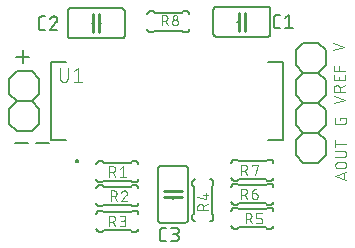
<source format=gbr>
G04 EAGLE Gerber RS-274X export*
G75*
%MOMM*%
%FSLAX34Y34*%
%LPD*%
%INSilkscreen Top*%
%IPPOS*%
%AMOC8*
5,1,8,0,0,1.08239X$1,22.5*%
G01*
%ADD10C,0.152400*%
%ADD11C,0.076200*%
%ADD12C,0.200000*%
%ADD13C,0.127000*%
%ADD14C,0.101600*%
%ADD15C,0.254000*%


D10*
X139192Y291564D02*
X150029Y291564D01*
X144611Y286145D02*
X144611Y296982D01*
X149052Y218588D02*
X138215Y218588D01*
X155931Y218588D02*
X166768Y218588D01*
D11*
X407584Y296918D02*
X416982Y300051D01*
X407584Y303184D01*
X417330Y255211D02*
X407932Y252079D01*
X407932Y258344D02*
X417330Y255211D01*
X417330Y262107D02*
X407932Y262107D01*
X407932Y264717D01*
X407931Y264717D02*
X407933Y264818D01*
X407939Y264919D01*
X407949Y265020D01*
X407962Y265120D01*
X407980Y265220D01*
X408001Y265319D01*
X408027Y265417D01*
X408056Y265514D01*
X408088Y265610D01*
X408125Y265704D01*
X408165Y265797D01*
X408209Y265889D01*
X408256Y265978D01*
X408307Y266066D01*
X408361Y266152D01*
X408418Y266235D01*
X408478Y266317D01*
X408542Y266395D01*
X408608Y266472D01*
X408678Y266545D01*
X408750Y266616D01*
X408825Y266684D01*
X408903Y266749D01*
X408983Y266811D01*
X409065Y266870D01*
X409150Y266926D01*
X409237Y266978D01*
X409325Y267027D01*
X409416Y267073D01*
X409508Y267114D01*
X409602Y267153D01*
X409697Y267187D01*
X409793Y267218D01*
X409891Y267245D01*
X409989Y267269D01*
X410089Y267288D01*
X410189Y267304D01*
X410289Y267316D01*
X410390Y267324D01*
X410491Y267328D01*
X410593Y267328D01*
X410694Y267324D01*
X410795Y267316D01*
X410895Y267304D01*
X410995Y267288D01*
X411095Y267269D01*
X411193Y267245D01*
X411291Y267218D01*
X411387Y267187D01*
X411482Y267153D01*
X411576Y267114D01*
X411668Y267073D01*
X411759Y267027D01*
X411848Y266978D01*
X411934Y266926D01*
X412019Y266870D01*
X412101Y266811D01*
X412181Y266749D01*
X412259Y266684D01*
X412334Y266616D01*
X412406Y266545D01*
X412476Y266472D01*
X412542Y266395D01*
X412606Y266317D01*
X412666Y266235D01*
X412723Y266152D01*
X412777Y266066D01*
X412828Y265978D01*
X412875Y265889D01*
X412919Y265797D01*
X412959Y265704D01*
X412996Y265610D01*
X413028Y265514D01*
X413057Y265417D01*
X413083Y265319D01*
X413104Y265220D01*
X413122Y265120D01*
X413135Y265020D01*
X413145Y264919D01*
X413151Y264818D01*
X413153Y264717D01*
X413153Y262107D01*
X413153Y265239D02*
X417330Y267328D01*
X417330Y271516D02*
X417330Y275693D01*
X417330Y271516D02*
X407932Y271516D01*
X407932Y275693D01*
X412109Y274648D02*
X412109Y271516D01*
X407932Y279440D02*
X417330Y279440D01*
X407932Y279440D02*
X407932Y283617D01*
X412109Y283617D02*
X412109Y279440D01*
X412976Y239467D02*
X412976Y237900D01*
X412976Y239467D02*
X418197Y239467D01*
X418197Y236334D01*
X418196Y236334D02*
X418194Y236245D01*
X418188Y236157D01*
X418179Y236069D01*
X418166Y235981D01*
X418149Y235894D01*
X418129Y235808D01*
X418104Y235723D01*
X418077Y235638D01*
X418045Y235555D01*
X418011Y235474D01*
X417972Y235394D01*
X417931Y235316D01*
X417886Y235239D01*
X417838Y235165D01*
X417787Y235092D01*
X417733Y235022D01*
X417675Y234955D01*
X417615Y234889D01*
X417553Y234827D01*
X417487Y234767D01*
X417420Y234709D01*
X417350Y234655D01*
X417277Y234604D01*
X417203Y234556D01*
X417126Y234511D01*
X417048Y234470D01*
X416968Y234431D01*
X416887Y234397D01*
X416804Y234365D01*
X416719Y234338D01*
X416634Y234313D01*
X416548Y234293D01*
X416461Y234276D01*
X416373Y234263D01*
X416285Y234254D01*
X416197Y234248D01*
X416108Y234246D01*
X410887Y234246D01*
X410887Y234245D02*
X410796Y234247D01*
X410705Y234253D01*
X410614Y234263D01*
X410524Y234277D01*
X410435Y234295D01*
X410346Y234316D01*
X410259Y234342D01*
X410173Y234371D01*
X410088Y234404D01*
X410004Y234441D01*
X409922Y234481D01*
X409843Y234525D01*
X409765Y234572D01*
X409689Y234623D01*
X409615Y234677D01*
X409544Y234734D01*
X409476Y234794D01*
X409410Y234857D01*
X409347Y234923D01*
X409287Y234991D01*
X409230Y235062D01*
X409176Y235136D01*
X409125Y235212D01*
X409078Y235289D01*
X409034Y235369D01*
X408994Y235451D01*
X408957Y235535D01*
X408924Y235619D01*
X408895Y235706D01*
X408869Y235793D01*
X408848Y235882D01*
X408830Y235971D01*
X408816Y236061D01*
X408806Y236152D01*
X408800Y236243D01*
X408798Y236334D01*
X408799Y236334D02*
X408799Y239467D01*
X409206Y190627D02*
X418604Y187494D01*
X418604Y193760D02*
X409206Y190627D01*
X416254Y192976D02*
X416254Y188277D01*
X415993Y197160D02*
X411816Y197160D01*
X411715Y197162D01*
X411614Y197168D01*
X411513Y197178D01*
X411413Y197191D01*
X411313Y197209D01*
X411214Y197230D01*
X411116Y197256D01*
X411019Y197285D01*
X410923Y197317D01*
X410829Y197354D01*
X410736Y197394D01*
X410644Y197438D01*
X410555Y197485D01*
X410467Y197536D01*
X410381Y197590D01*
X410298Y197647D01*
X410216Y197707D01*
X410138Y197771D01*
X410061Y197837D01*
X409988Y197907D01*
X409917Y197979D01*
X409849Y198054D01*
X409784Y198132D01*
X409722Y198212D01*
X409663Y198294D01*
X409607Y198379D01*
X409555Y198466D01*
X409506Y198554D01*
X409460Y198645D01*
X409419Y198737D01*
X409380Y198831D01*
X409346Y198926D01*
X409315Y199022D01*
X409288Y199120D01*
X409264Y199218D01*
X409245Y199318D01*
X409229Y199418D01*
X409217Y199518D01*
X409209Y199619D01*
X409205Y199720D01*
X409205Y199822D01*
X409209Y199923D01*
X409217Y200024D01*
X409229Y200124D01*
X409245Y200224D01*
X409264Y200324D01*
X409288Y200422D01*
X409315Y200520D01*
X409346Y200616D01*
X409380Y200711D01*
X409419Y200805D01*
X409460Y200897D01*
X409506Y200988D01*
X409555Y201077D01*
X409607Y201163D01*
X409663Y201248D01*
X409722Y201330D01*
X409784Y201410D01*
X409849Y201488D01*
X409917Y201563D01*
X409988Y201635D01*
X410061Y201705D01*
X410138Y201771D01*
X410216Y201835D01*
X410298Y201895D01*
X410381Y201952D01*
X410467Y202006D01*
X410555Y202057D01*
X410644Y202104D01*
X410736Y202148D01*
X410829Y202188D01*
X410923Y202225D01*
X411019Y202257D01*
X411116Y202286D01*
X411214Y202312D01*
X411313Y202333D01*
X411413Y202351D01*
X411513Y202364D01*
X411614Y202374D01*
X411715Y202380D01*
X411816Y202382D01*
X411816Y202381D02*
X415993Y202381D01*
X415993Y202382D02*
X416094Y202380D01*
X416195Y202374D01*
X416296Y202364D01*
X416396Y202351D01*
X416496Y202333D01*
X416595Y202312D01*
X416693Y202286D01*
X416790Y202257D01*
X416886Y202225D01*
X416980Y202188D01*
X417073Y202148D01*
X417165Y202104D01*
X417254Y202057D01*
X417342Y202006D01*
X417428Y201952D01*
X417511Y201895D01*
X417593Y201835D01*
X417671Y201771D01*
X417748Y201705D01*
X417821Y201635D01*
X417892Y201563D01*
X417960Y201488D01*
X418025Y201410D01*
X418087Y201330D01*
X418146Y201248D01*
X418202Y201163D01*
X418254Y201076D01*
X418303Y200988D01*
X418349Y200897D01*
X418390Y200805D01*
X418429Y200711D01*
X418463Y200616D01*
X418494Y200520D01*
X418521Y200422D01*
X418545Y200324D01*
X418564Y200224D01*
X418580Y200124D01*
X418592Y200024D01*
X418600Y199923D01*
X418604Y199822D01*
X418604Y199720D01*
X418600Y199619D01*
X418592Y199518D01*
X418580Y199418D01*
X418564Y199318D01*
X418545Y199218D01*
X418521Y199120D01*
X418494Y199022D01*
X418463Y198926D01*
X418429Y198831D01*
X418390Y198737D01*
X418349Y198645D01*
X418303Y198554D01*
X418254Y198465D01*
X418202Y198379D01*
X418146Y198294D01*
X418087Y198212D01*
X418025Y198132D01*
X417960Y198054D01*
X417892Y197979D01*
X417821Y197907D01*
X417748Y197837D01*
X417671Y197771D01*
X417593Y197707D01*
X417511Y197647D01*
X417428Y197590D01*
X417342Y197536D01*
X417254Y197485D01*
X417165Y197438D01*
X417073Y197394D01*
X416980Y197354D01*
X416886Y197317D01*
X416790Y197285D01*
X416693Y197256D01*
X416595Y197230D01*
X416496Y197209D01*
X416396Y197191D01*
X416296Y197178D01*
X416195Y197168D01*
X416094Y197162D01*
X415993Y197160D01*
X415993Y206609D02*
X409206Y206609D01*
X415993Y206609D02*
X416094Y206611D01*
X416195Y206617D01*
X416296Y206627D01*
X416396Y206640D01*
X416496Y206658D01*
X416595Y206679D01*
X416693Y206705D01*
X416790Y206734D01*
X416886Y206766D01*
X416980Y206803D01*
X417073Y206843D01*
X417165Y206887D01*
X417254Y206934D01*
X417342Y206985D01*
X417428Y207039D01*
X417511Y207096D01*
X417593Y207156D01*
X417671Y207220D01*
X417748Y207286D01*
X417821Y207356D01*
X417892Y207428D01*
X417960Y207503D01*
X418025Y207581D01*
X418087Y207661D01*
X418146Y207743D01*
X418202Y207828D01*
X418254Y207914D01*
X418303Y208003D01*
X418349Y208094D01*
X418390Y208186D01*
X418429Y208280D01*
X418463Y208375D01*
X418494Y208471D01*
X418521Y208569D01*
X418545Y208667D01*
X418564Y208767D01*
X418580Y208867D01*
X418592Y208967D01*
X418600Y209068D01*
X418604Y209169D01*
X418604Y209271D01*
X418600Y209372D01*
X418592Y209473D01*
X418580Y209573D01*
X418564Y209673D01*
X418545Y209773D01*
X418521Y209871D01*
X418494Y209969D01*
X418463Y210065D01*
X418429Y210160D01*
X418390Y210254D01*
X418349Y210346D01*
X418303Y210437D01*
X418254Y210525D01*
X418202Y210612D01*
X418146Y210697D01*
X418087Y210779D01*
X418025Y210859D01*
X417960Y210937D01*
X417892Y211012D01*
X417821Y211084D01*
X417748Y211154D01*
X417671Y211220D01*
X417593Y211284D01*
X417511Y211344D01*
X417428Y211401D01*
X417342Y211455D01*
X417254Y211506D01*
X417165Y211553D01*
X417073Y211597D01*
X416980Y211637D01*
X416886Y211674D01*
X416790Y211706D01*
X416693Y211735D01*
X416595Y211761D01*
X416496Y211782D01*
X416396Y211800D01*
X416296Y211813D01*
X416195Y211823D01*
X416094Y211829D01*
X415993Y211831D01*
X415993Y211830D02*
X409206Y211830D01*
X409206Y218059D02*
X418604Y218059D01*
X409206Y215448D02*
X409206Y220669D01*
D12*
X189500Y203450D02*
X189502Y203513D01*
X189508Y203575D01*
X189518Y203637D01*
X189531Y203699D01*
X189549Y203759D01*
X189570Y203818D01*
X189595Y203876D01*
X189624Y203932D01*
X189656Y203986D01*
X189691Y204038D01*
X189729Y204087D01*
X189771Y204135D01*
X189815Y204179D01*
X189863Y204221D01*
X189912Y204259D01*
X189964Y204294D01*
X190018Y204326D01*
X190074Y204355D01*
X190132Y204380D01*
X190191Y204401D01*
X190251Y204419D01*
X190313Y204432D01*
X190375Y204442D01*
X190437Y204448D01*
X190500Y204450D01*
X190563Y204448D01*
X190625Y204442D01*
X190687Y204432D01*
X190749Y204419D01*
X190809Y204401D01*
X190868Y204380D01*
X190926Y204355D01*
X190982Y204326D01*
X191036Y204294D01*
X191088Y204259D01*
X191137Y204221D01*
X191185Y204179D01*
X191229Y204135D01*
X191271Y204087D01*
X191309Y204038D01*
X191344Y203986D01*
X191376Y203932D01*
X191405Y203876D01*
X191430Y203818D01*
X191451Y203759D01*
X191469Y203699D01*
X191482Y203637D01*
X191492Y203575D01*
X191498Y203513D01*
X191500Y203450D01*
X191498Y203387D01*
X191492Y203325D01*
X191482Y203263D01*
X191469Y203201D01*
X191451Y203141D01*
X191430Y203082D01*
X191405Y203024D01*
X191376Y202968D01*
X191344Y202914D01*
X191309Y202862D01*
X191271Y202813D01*
X191229Y202765D01*
X191185Y202721D01*
X191137Y202679D01*
X191088Y202641D01*
X191036Y202606D01*
X190982Y202574D01*
X190926Y202545D01*
X190868Y202520D01*
X190809Y202499D01*
X190749Y202481D01*
X190687Y202468D01*
X190625Y202458D01*
X190563Y202452D01*
X190500Y202450D01*
X190437Y202452D01*
X190375Y202458D01*
X190313Y202468D01*
X190251Y202481D01*
X190191Y202499D01*
X190132Y202520D01*
X190074Y202545D01*
X190018Y202574D01*
X189964Y202606D01*
X189912Y202641D01*
X189863Y202679D01*
X189815Y202721D01*
X189771Y202765D01*
X189729Y202813D01*
X189691Y202862D01*
X189656Y202914D01*
X189624Y202968D01*
X189595Y203024D01*
X189570Y203082D01*
X189549Y203141D01*
X189531Y203201D01*
X189518Y203263D01*
X189508Y203325D01*
X189502Y203387D01*
X189500Y203450D01*
D13*
X181450Y221000D02*
X168250Y221000D01*
X168250Y287000D01*
X181450Y287000D01*
X351950Y287000D02*
X365150Y287000D01*
X365150Y221000D01*
X351950Y221000D01*
D14*
X176130Y273404D02*
X176130Y281842D01*
X176129Y273404D02*
X176131Y273291D01*
X176137Y273178D01*
X176147Y273065D01*
X176161Y272952D01*
X176178Y272840D01*
X176200Y272729D01*
X176225Y272619D01*
X176255Y272509D01*
X176288Y272401D01*
X176325Y272294D01*
X176365Y272188D01*
X176410Y272084D01*
X176458Y271981D01*
X176509Y271880D01*
X176564Y271781D01*
X176622Y271684D01*
X176684Y271589D01*
X176749Y271496D01*
X176817Y271406D01*
X176888Y271318D01*
X176963Y271232D01*
X177040Y271149D01*
X177120Y271069D01*
X177203Y270992D01*
X177289Y270917D01*
X177377Y270846D01*
X177467Y270778D01*
X177560Y270713D01*
X177655Y270651D01*
X177752Y270593D01*
X177851Y270538D01*
X177952Y270487D01*
X178055Y270439D01*
X178159Y270394D01*
X178265Y270354D01*
X178372Y270317D01*
X178480Y270284D01*
X178590Y270254D01*
X178700Y270229D01*
X178811Y270207D01*
X178923Y270190D01*
X179036Y270176D01*
X179149Y270166D01*
X179262Y270160D01*
X179375Y270158D01*
X179488Y270160D01*
X179601Y270166D01*
X179714Y270176D01*
X179827Y270190D01*
X179939Y270207D01*
X180050Y270229D01*
X180160Y270254D01*
X180270Y270284D01*
X180378Y270317D01*
X180485Y270354D01*
X180591Y270394D01*
X180695Y270439D01*
X180798Y270487D01*
X180899Y270538D01*
X180998Y270593D01*
X181095Y270651D01*
X181190Y270713D01*
X181283Y270778D01*
X181373Y270846D01*
X181461Y270917D01*
X181547Y270992D01*
X181630Y271069D01*
X181710Y271149D01*
X181787Y271232D01*
X181862Y271318D01*
X181933Y271406D01*
X182001Y271496D01*
X182066Y271589D01*
X182128Y271684D01*
X182186Y271781D01*
X182241Y271880D01*
X182292Y271981D01*
X182340Y272084D01*
X182385Y272188D01*
X182425Y272294D01*
X182462Y272401D01*
X182495Y272509D01*
X182525Y272619D01*
X182550Y272729D01*
X182572Y272840D01*
X182589Y272952D01*
X182603Y273065D01*
X182613Y273178D01*
X182619Y273291D01*
X182621Y273404D01*
X182621Y281842D01*
X187941Y279246D02*
X191186Y281842D01*
X191186Y270158D01*
X187941Y270158D02*
X194432Y270158D01*
D10*
X209550Y203200D02*
X209450Y203198D01*
X209351Y203192D01*
X209251Y203182D01*
X209153Y203169D01*
X209054Y203151D01*
X208957Y203130D01*
X208861Y203105D01*
X208765Y203076D01*
X208671Y203043D01*
X208578Y203007D01*
X208487Y202967D01*
X208397Y202923D01*
X208309Y202876D01*
X208223Y202826D01*
X208139Y202772D01*
X208057Y202715D01*
X207978Y202655D01*
X207900Y202591D01*
X207826Y202525D01*
X207754Y202456D01*
X207685Y202384D01*
X207619Y202310D01*
X207555Y202232D01*
X207495Y202153D01*
X207438Y202071D01*
X207384Y201987D01*
X207334Y201901D01*
X207287Y201813D01*
X207243Y201723D01*
X207203Y201632D01*
X207167Y201539D01*
X207134Y201445D01*
X207105Y201349D01*
X207080Y201253D01*
X207059Y201156D01*
X207041Y201057D01*
X207028Y200959D01*
X207018Y200859D01*
X207012Y200760D01*
X207010Y200660D01*
X207010Y187960D02*
X207012Y187860D01*
X207018Y187761D01*
X207028Y187661D01*
X207041Y187563D01*
X207059Y187464D01*
X207080Y187367D01*
X207105Y187271D01*
X207134Y187175D01*
X207167Y187081D01*
X207203Y186988D01*
X207243Y186897D01*
X207287Y186807D01*
X207334Y186719D01*
X207384Y186633D01*
X207438Y186549D01*
X207495Y186467D01*
X207555Y186388D01*
X207619Y186310D01*
X207685Y186236D01*
X207754Y186164D01*
X207826Y186095D01*
X207900Y186029D01*
X207978Y185965D01*
X208057Y185905D01*
X208139Y185848D01*
X208223Y185794D01*
X208309Y185744D01*
X208397Y185697D01*
X208487Y185653D01*
X208578Y185613D01*
X208671Y185577D01*
X208765Y185544D01*
X208861Y185515D01*
X208957Y185490D01*
X209054Y185469D01*
X209153Y185451D01*
X209251Y185438D01*
X209351Y185428D01*
X209450Y185422D01*
X209550Y185420D01*
X240030Y185420D02*
X240130Y185422D01*
X240229Y185428D01*
X240329Y185438D01*
X240427Y185451D01*
X240526Y185469D01*
X240623Y185490D01*
X240719Y185515D01*
X240815Y185544D01*
X240909Y185577D01*
X241002Y185613D01*
X241093Y185653D01*
X241183Y185697D01*
X241271Y185744D01*
X241357Y185794D01*
X241441Y185848D01*
X241523Y185905D01*
X241602Y185965D01*
X241680Y186029D01*
X241754Y186095D01*
X241826Y186164D01*
X241895Y186236D01*
X241961Y186310D01*
X242025Y186388D01*
X242085Y186467D01*
X242142Y186549D01*
X242196Y186633D01*
X242246Y186719D01*
X242293Y186807D01*
X242337Y186897D01*
X242377Y186988D01*
X242413Y187081D01*
X242446Y187175D01*
X242475Y187271D01*
X242500Y187367D01*
X242521Y187464D01*
X242539Y187563D01*
X242552Y187661D01*
X242562Y187761D01*
X242568Y187860D01*
X242570Y187960D01*
X242570Y200660D02*
X242568Y200760D01*
X242562Y200859D01*
X242552Y200959D01*
X242539Y201057D01*
X242521Y201156D01*
X242500Y201253D01*
X242475Y201349D01*
X242446Y201445D01*
X242413Y201539D01*
X242377Y201632D01*
X242337Y201723D01*
X242293Y201813D01*
X242246Y201901D01*
X242196Y201987D01*
X242142Y202071D01*
X242085Y202153D01*
X242025Y202232D01*
X241961Y202310D01*
X241895Y202384D01*
X241826Y202456D01*
X241754Y202525D01*
X241680Y202591D01*
X241602Y202655D01*
X241523Y202715D01*
X241441Y202772D01*
X241357Y202826D01*
X241271Y202876D01*
X241183Y202923D01*
X241093Y202967D01*
X241002Y203007D01*
X240909Y203043D01*
X240815Y203076D01*
X240719Y203105D01*
X240623Y203130D01*
X240526Y203151D01*
X240427Y203169D01*
X240329Y203182D01*
X240229Y203192D01*
X240130Y203198D01*
X240030Y203200D01*
X212090Y203200D02*
X209550Y203200D01*
X212090Y203200D02*
X213360Y201930D01*
X212090Y185420D02*
X209550Y185420D01*
X212090Y185420D02*
X213360Y186690D01*
X236220Y201930D02*
X237490Y203200D01*
X236220Y201930D02*
X213360Y201930D01*
X236220Y186690D02*
X237490Y185420D01*
X236220Y186690D02*
X213360Y186690D01*
X237490Y203200D02*
X240030Y203200D01*
X240030Y185420D02*
X237490Y185420D01*
D14*
X217932Y189992D02*
X217932Y198882D01*
X220401Y198882D01*
X220499Y198880D01*
X220597Y198874D01*
X220695Y198864D01*
X220792Y198851D01*
X220889Y198833D01*
X220985Y198812D01*
X221079Y198787D01*
X221173Y198758D01*
X221266Y198726D01*
X221357Y198689D01*
X221447Y198650D01*
X221535Y198606D01*
X221621Y198559D01*
X221706Y198509D01*
X221788Y198456D01*
X221868Y198399D01*
X221946Y198339D01*
X222021Y198276D01*
X222094Y198210D01*
X222164Y198141D01*
X222231Y198070D01*
X222296Y197996D01*
X222357Y197919D01*
X222416Y197840D01*
X222471Y197759D01*
X222523Y197676D01*
X222571Y197590D01*
X222616Y197503D01*
X222658Y197414D01*
X222696Y197324D01*
X222730Y197232D01*
X222761Y197139D01*
X222788Y197044D01*
X222811Y196949D01*
X222831Y196852D01*
X222846Y196756D01*
X222858Y196658D01*
X222866Y196560D01*
X222870Y196462D01*
X222870Y196364D01*
X222866Y196266D01*
X222858Y196168D01*
X222846Y196070D01*
X222831Y195974D01*
X222811Y195877D01*
X222788Y195782D01*
X222761Y195687D01*
X222730Y195594D01*
X222696Y195502D01*
X222658Y195412D01*
X222616Y195323D01*
X222571Y195236D01*
X222523Y195150D01*
X222471Y195067D01*
X222416Y194986D01*
X222357Y194907D01*
X222296Y194830D01*
X222231Y194756D01*
X222164Y194685D01*
X222094Y194616D01*
X222021Y194550D01*
X221946Y194487D01*
X221868Y194427D01*
X221788Y194370D01*
X221706Y194317D01*
X221621Y194267D01*
X221535Y194220D01*
X221447Y194176D01*
X221357Y194137D01*
X221266Y194100D01*
X221173Y194068D01*
X221079Y194039D01*
X220985Y194014D01*
X220889Y193993D01*
X220792Y193975D01*
X220695Y193962D01*
X220597Y193952D01*
X220499Y193946D01*
X220401Y193944D01*
X220401Y193943D02*
X217932Y193943D01*
X220895Y193943D02*
X222871Y189992D01*
X226782Y196906D02*
X229251Y198882D01*
X229251Y189992D01*
X226782Y189992D02*
X231721Y189992D01*
D10*
X242570Y167640D02*
X242568Y167540D01*
X242562Y167441D01*
X242552Y167341D01*
X242539Y167243D01*
X242521Y167144D01*
X242500Y167047D01*
X242475Y166951D01*
X242446Y166855D01*
X242413Y166761D01*
X242377Y166668D01*
X242337Y166577D01*
X242293Y166487D01*
X242246Y166399D01*
X242196Y166313D01*
X242142Y166229D01*
X242085Y166147D01*
X242025Y166068D01*
X241961Y165990D01*
X241895Y165916D01*
X241826Y165844D01*
X241754Y165775D01*
X241680Y165709D01*
X241602Y165645D01*
X241523Y165585D01*
X241441Y165528D01*
X241357Y165474D01*
X241271Y165424D01*
X241183Y165377D01*
X241093Y165333D01*
X241002Y165293D01*
X240909Y165257D01*
X240815Y165224D01*
X240719Y165195D01*
X240623Y165170D01*
X240526Y165149D01*
X240427Y165131D01*
X240329Y165118D01*
X240229Y165108D01*
X240130Y165102D01*
X240030Y165100D01*
X242570Y180340D02*
X242568Y180440D01*
X242562Y180539D01*
X242552Y180639D01*
X242539Y180737D01*
X242521Y180836D01*
X242500Y180933D01*
X242475Y181029D01*
X242446Y181125D01*
X242413Y181219D01*
X242377Y181312D01*
X242337Y181403D01*
X242293Y181493D01*
X242246Y181581D01*
X242196Y181667D01*
X242142Y181751D01*
X242085Y181833D01*
X242025Y181912D01*
X241961Y181990D01*
X241895Y182064D01*
X241826Y182136D01*
X241754Y182205D01*
X241680Y182271D01*
X241602Y182335D01*
X241523Y182395D01*
X241441Y182452D01*
X241357Y182506D01*
X241271Y182556D01*
X241183Y182603D01*
X241093Y182647D01*
X241002Y182687D01*
X240909Y182723D01*
X240815Y182756D01*
X240719Y182785D01*
X240623Y182810D01*
X240526Y182831D01*
X240427Y182849D01*
X240329Y182862D01*
X240229Y182872D01*
X240130Y182878D01*
X240030Y182880D01*
X209550Y182880D02*
X209450Y182878D01*
X209351Y182872D01*
X209251Y182862D01*
X209153Y182849D01*
X209054Y182831D01*
X208957Y182810D01*
X208861Y182785D01*
X208765Y182756D01*
X208671Y182723D01*
X208578Y182687D01*
X208487Y182647D01*
X208397Y182603D01*
X208309Y182556D01*
X208223Y182506D01*
X208139Y182452D01*
X208057Y182395D01*
X207978Y182335D01*
X207900Y182271D01*
X207826Y182205D01*
X207754Y182136D01*
X207685Y182064D01*
X207619Y181990D01*
X207555Y181912D01*
X207495Y181833D01*
X207438Y181751D01*
X207384Y181667D01*
X207334Y181581D01*
X207287Y181493D01*
X207243Y181403D01*
X207203Y181312D01*
X207167Y181219D01*
X207134Y181125D01*
X207105Y181029D01*
X207080Y180933D01*
X207059Y180836D01*
X207041Y180737D01*
X207028Y180639D01*
X207018Y180539D01*
X207012Y180440D01*
X207010Y180340D01*
X207010Y167640D02*
X207012Y167540D01*
X207018Y167441D01*
X207028Y167341D01*
X207041Y167243D01*
X207059Y167144D01*
X207080Y167047D01*
X207105Y166951D01*
X207134Y166855D01*
X207167Y166761D01*
X207203Y166668D01*
X207243Y166577D01*
X207287Y166487D01*
X207334Y166399D01*
X207384Y166313D01*
X207438Y166229D01*
X207495Y166147D01*
X207555Y166068D01*
X207619Y165990D01*
X207685Y165916D01*
X207754Y165844D01*
X207826Y165775D01*
X207900Y165709D01*
X207978Y165645D01*
X208057Y165585D01*
X208139Y165528D01*
X208223Y165474D01*
X208309Y165424D01*
X208397Y165377D01*
X208487Y165333D01*
X208578Y165293D01*
X208671Y165257D01*
X208765Y165224D01*
X208861Y165195D01*
X208957Y165170D01*
X209054Y165149D01*
X209153Y165131D01*
X209251Y165118D01*
X209351Y165108D01*
X209450Y165102D01*
X209550Y165100D01*
X237490Y165100D02*
X240030Y165100D01*
X237490Y165100D02*
X236220Y166370D01*
X237490Y182880D02*
X240030Y182880D01*
X237490Y182880D02*
X236220Y181610D01*
X213360Y166370D02*
X212090Y165100D01*
X213360Y166370D02*
X236220Y166370D01*
X213360Y181610D02*
X212090Y182880D01*
X213360Y181610D02*
X236220Y181610D01*
X212090Y165100D02*
X209550Y165100D01*
X209550Y182880D02*
X212090Y182880D01*
D14*
X219129Y178308D02*
X219129Y169418D01*
X219129Y178308D02*
X221599Y178308D01*
X221697Y178306D01*
X221795Y178300D01*
X221893Y178290D01*
X221990Y178277D01*
X222087Y178259D01*
X222183Y178238D01*
X222277Y178213D01*
X222371Y178184D01*
X222464Y178152D01*
X222555Y178115D01*
X222645Y178076D01*
X222733Y178032D01*
X222819Y177985D01*
X222904Y177935D01*
X222986Y177882D01*
X223066Y177825D01*
X223144Y177765D01*
X223219Y177702D01*
X223292Y177636D01*
X223362Y177567D01*
X223429Y177496D01*
X223494Y177422D01*
X223555Y177345D01*
X223614Y177266D01*
X223669Y177185D01*
X223721Y177102D01*
X223769Y177016D01*
X223814Y176929D01*
X223856Y176840D01*
X223894Y176750D01*
X223928Y176658D01*
X223959Y176565D01*
X223986Y176470D01*
X224009Y176375D01*
X224029Y176278D01*
X224044Y176182D01*
X224056Y176084D01*
X224064Y175986D01*
X224068Y175888D01*
X224068Y175790D01*
X224064Y175692D01*
X224056Y175594D01*
X224044Y175496D01*
X224029Y175400D01*
X224009Y175303D01*
X223986Y175208D01*
X223959Y175113D01*
X223928Y175020D01*
X223894Y174928D01*
X223856Y174838D01*
X223814Y174749D01*
X223769Y174662D01*
X223721Y174576D01*
X223669Y174493D01*
X223614Y174412D01*
X223555Y174333D01*
X223494Y174256D01*
X223429Y174182D01*
X223362Y174111D01*
X223292Y174042D01*
X223219Y173976D01*
X223144Y173913D01*
X223066Y173853D01*
X222986Y173796D01*
X222904Y173743D01*
X222819Y173693D01*
X222733Y173646D01*
X222645Y173602D01*
X222555Y173563D01*
X222464Y173526D01*
X222371Y173494D01*
X222277Y173465D01*
X222183Y173440D01*
X222087Y173419D01*
X221990Y173401D01*
X221893Y173388D01*
X221795Y173378D01*
X221697Y173372D01*
X221599Y173370D01*
X221599Y173369D02*
X219129Y173369D01*
X222093Y173369D02*
X224068Y169418D01*
X232919Y176086D02*
X232917Y176178D01*
X232911Y176270D01*
X232902Y176361D01*
X232889Y176452D01*
X232872Y176542D01*
X232851Y176632D01*
X232827Y176720D01*
X232799Y176808D01*
X232767Y176894D01*
X232732Y176979D01*
X232693Y177062D01*
X232651Y177144D01*
X232606Y177224D01*
X232557Y177302D01*
X232505Y177378D01*
X232450Y177451D01*
X232392Y177523D01*
X232332Y177592D01*
X232268Y177658D01*
X232202Y177722D01*
X232133Y177782D01*
X232061Y177840D01*
X231988Y177895D01*
X231912Y177947D01*
X231834Y177996D01*
X231754Y178041D01*
X231672Y178083D01*
X231589Y178122D01*
X231504Y178157D01*
X231418Y178189D01*
X231330Y178217D01*
X231242Y178241D01*
X231152Y178262D01*
X231062Y178279D01*
X230971Y178292D01*
X230880Y178301D01*
X230788Y178307D01*
X230696Y178309D01*
X230696Y178308D02*
X230590Y178306D01*
X230485Y178300D01*
X230380Y178290D01*
X230275Y178277D01*
X230171Y178259D01*
X230068Y178238D01*
X229965Y178213D01*
X229863Y178184D01*
X229763Y178151D01*
X229664Y178115D01*
X229566Y178075D01*
X229470Y178031D01*
X229375Y177984D01*
X229283Y177934D01*
X229192Y177880D01*
X229103Y177822D01*
X229017Y177762D01*
X228933Y177698D01*
X228851Y177632D01*
X228771Y177562D01*
X228695Y177489D01*
X228621Y177414D01*
X228550Y177336D01*
X228482Y177255D01*
X228416Y177172D01*
X228354Y177086D01*
X228296Y176999D01*
X228240Y176909D01*
X228188Y176817D01*
X228139Y176723D01*
X228094Y176628D01*
X228052Y176531D01*
X228014Y176432D01*
X227980Y176333D01*
X232177Y174357D02*
X232246Y174426D01*
X232312Y174496D01*
X232375Y174570D01*
X232434Y174646D01*
X232491Y174724D01*
X232545Y174804D01*
X232595Y174887D01*
X232642Y174971D01*
X232685Y175058D01*
X232725Y175146D01*
X232761Y175235D01*
X232794Y175326D01*
X232823Y175418D01*
X232848Y175512D01*
X232869Y175606D01*
X232887Y175701D01*
X232900Y175797D01*
X232910Y175893D01*
X232916Y175989D01*
X232918Y176086D01*
X232177Y174357D02*
X227979Y169418D01*
X232918Y169418D01*
D10*
X242570Y146050D02*
X242568Y145950D01*
X242562Y145851D01*
X242552Y145751D01*
X242539Y145653D01*
X242521Y145554D01*
X242500Y145457D01*
X242475Y145361D01*
X242446Y145265D01*
X242413Y145171D01*
X242377Y145078D01*
X242337Y144987D01*
X242293Y144897D01*
X242246Y144809D01*
X242196Y144723D01*
X242142Y144639D01*
X242085Y144557D01*
X242025Y144478D01*
X241961Y144400D01*
X241895Y144326D01*
X241826Y144254D01*
X241754Y144185D01*
X241680Y144119D01*
X241602Y144055D01*
X241523Y143995D01*
X241441Y143938D01*
X241357Y143884D01*
X241271Y143834D01*
X241183Y143787D01*
X241093Y143743D01*
X241002Y143703D01*
X240909Y143667D01*
X240815Y143634D01*
X240719Y143605D01*
X240623Y143580D01*
X240526Y143559D01*
X240427Y143541D01*
X240329Y143528D01*
X240229Y143518D01*
X240130Y143512D01*
X240030Y143510D01*
X242570Y158750D02*
X242568Y158850D01*
X242562Y158949D01*
X242552Y159049D01*
X242539Y159147D01*
X242521Y159246D01*
X242500Y159343D01*
X242475Y159439D01*
X242446Y159535D01*
X242413Y159629D01*
X242377Y159722D01*
X242337Y159813D01*
X242293Y159903D01*
X242246Y159991D01*
X242196Y160077D01*
X242142Y160161D01*
X242085Y160243D01*
X242025Y160322D01*
X241961Y160400D01*
X241895Y160474D01*
X241826Y160546D01*
X241754Y160615D01*
X241680Y160681D01*
X241602Y160745D01*
X241523Y160805D01*
X241441Y160862D01*
X241357Y160916D01*
X241271Y160966D01*
X241183Y161013D01*
X241093Y161057D01*
X241002Y161097D01*
X240909Y161133D01*
X240815Y161166D01*
X240719Y161195D01*
X240623Y161220D01*
X240526Y161241D01*
X240427Y161259D01*
X240329Y161272D01*
X240229Y161282D01*
X240130Y161288D01*
X240030Y161290D01*
X209550Y161290D02*
X209450Y161288D01*
X209351Y161282D01*
X209251Y161272D01*
X209153Y161259D01*
X209054Y161241D01*
X208957Y161220D01*
X208861Y161195D01*
X208765Y161166D01*
X208671Y161133D01*
X208578Y161097D01*
X208487Y161057D01*
X208397Y161013D01*
X208309Y160966D01*
X208223Y160916D01*
X208139Y160862D01*
X208057Y160805D01*
X207978Y160745D01*
X207900Y160681D01*
X207826Y160615D01*
X207754Y160546D01*
X207685Y160474D01*
X207619Y160400D01*
X207555Y160322D01*
X207495Y160243D01*
X207438Y160161D01*
X207384Y160077D01*
X207334Y159991D01*
X207287Y159903D01*
X207243Y159813D01*
X207203Y159722D01*
X207167Y159629D01*
X207134Y159535D01*
X207105Y159439D01*
X207080Y159343D01*
X207059Y159246D01*
X207041Y159147D01*
X207028Y159049D01*
X207018Y158949D01*
X207012Y158850D01*
X207010Y158750D01*
X207010Y146050D02*
X207012Y145950D01*
X207018Y145851D01*
X207028Y145751D01*
X207041Y145653D01*
X207059Y145554D01*
X207080Y145457D01*
X207105Y145361D01*
X207134Y145265D01*
X207167Y145171D01*
X207203Y145078D01*
X207243Y144987D01*
X207287Y144897D01*
X207334Y144809D01*
X207384Y144723D01*
X207438Y144639D01*
X207495Y144557D01*
X207555Y144478D01*
X207619Y144400D01*
X207685Y144326D01*
X207754Y144254D01*
X207826Y144185D01*
X207900Y144119D01*
X207978Y144055D01*
X208057Y143995D01*
X208139Y143938D01*
X208223Y143884D01*
X208309Y143834D01*
X208397Y143787D01*
X208487Y143743D01*
X208578Y143703D01*
X208671Y143667D01*
X208765Y143634D01*
X208861Y143605D01*
X208957Y143580D01*
X209054Y143559D01*
X209153Y143541D01*
X209251Y143528D01*
X209351Y143518D01*
X209450Y143512D01*
X209550Y143510D01*
X237490Y143510D02*
X240030Y143510D01*
X237490Y143510D02*
X236220Y144780D01*
X237490Y161290D02*
X240030Y161290D01*
X237490Y161290D02*
X236220Y160020D01*
X213360Y144780D02*
X212090Y143510D01*
X213360Y144780D02*
X236220Y144780D01*
X213360Y160020D02*
X212090Y161290D01*
X213360Y160020D02*
X236220Y160020D01*
X212090Y143510D02*
X209550Y143510D01*
X209550Y161290D02*
X212090Y161290D01*
D14*
X217859Y156718D02*
X217859Y147828D01*
X217859Y156718D02*
X220329Y156718D01*
X220427Y156716D01*
X220525Y156710D01*
X220623Y156700D01*
X220720Y156687D01*
X220817Y156669D01*
X220913Y156648D01*
X221007Y156623D01*
X221101Y156594D01*
X221194Y156562D01*
X221285Y156525D01*
X221375Y156486D01*
X221463Y156442D01*
X221549Y156395D01*
X221634Y156345D01*
X221716Y156292D01*
X221796Y156235D01*
X221874Y156175D01*
X221949Y156112D01*
X222022Y156046D01*
X222092Y155977D01*
X222159Y155906D01*
X222224Y155832D01*
X222285Y155755D01*
X222344Y155676D01*
X222399Y155595D01*
X222451Y155512D01*
X222499Y155426D01*
X222544Y155339D01*
X222586Y155250D01*
X222624Y155160D01*
X222658Y155068D01*
X222689Y154975D01*
X222716Y154880D01*
X222739Y154785D01*
X222759Y154688D01*
X222774Y154592D01*
X222786Y154494D01*
X222794Y154396D01*
X222798Y154298D01*
X222798Y154200D01*
X222794Y154102D01*
X222786Y154004D01*
X222774Y153906D01*
X222759Y153810D01*
X222739Y153713D01*
X222716Y153618D01*
X222689Y153523D01*
X222658Y153430D01*
X222624Y153338D01*
X222586Y153248D01*
X222544Y153159D01*
X222499Y153072D01*
X222451Y152986D01*
X222399Y152903D01*
X222344Y152822D01*
X222285Y152743D01*
X222224Y152666D01*
X222159Y152592D01*
X222092Y152521D01*
X222022Y152452D01*
X221949Y152386D01*
X221874Y152323D01*
X221796Y152263D01*
X221716Y152206D01*
X221634Y152153D01*
X221549Y152103D01*
X221463Y152056D01*
X221375Y152012D01*
X221285Y151973D01*
X221194Y151936D01*
X221101Y151904D01*
X221007Y151875D01*
X220913Y151850D01*
X220817Y151829D01*
X220720Y151811D01*
X220623Y151798D01*
X220525Y151788D01*
X220427Y151782D01*
X220329Y151780D01*
X220329Y151779D02*
X217859Y151779D01*
X220823Y151779D02*
X222798Y147828D01*
X226709Y147828D02*
X229179Y147828D01*
X229277Y147830D01*
X229375Y147836D01*
X229473Y147846D01*
X229570Y147859D01*
X229667Y147877D01*
X229763Y147898D01*
X229857Y147923D01*
X229951Y147952D01*
X230044Y147984D01*
X230135Y148021D01*
X230225Y148060D01*
X230313Y148104D01*
X230399Y148151D01*
X230484Y148201D01*
X230566Y148254D01*
X230646Y148311D01*
X230724Y148371D01*
X230799Y148434D01*
X230872Y148500D01*
X230942Y148569D01*
X231009Y148640D01*
X231074Y148714D01*
X231135Y148791D01*
X231194Y148870D01*
X231249Y148951D01*
X231301Y149034D01*
X231349Y149120D01*
X231394Y149207D01*
X231436Y149296D01*
X231474Y149386D01*
X231508Y149478D01*
X231539Y149571D01*
X231566Y149666D01*
X231589Y149761D01*
X231609Y149858D01*
X231624Y149954D01*
X231636Y150052D01*
X231644Y150150D01*
X231648Y150248D01*
X231648Y150346D01*
X231644Y150444D01*
X231636Y150542D01*
X231624Y150640D01*
X231609Y150736D01*
X231589Y150833D01*
X231566Y150928D01*
X231539Y151023D01*
X231508Y151116D01*
X231474Y151208D01*
X231436Y151298D01*
X231394Y151387D01*
X231349Y151474D01*
X231301Y151560D01*
X231249Y151643D01*
X231194Y151724D01*
X231135Y151803D01*
X231074Y151880D01*
X231009Y151954D01*
X230942Y152025D01*
X230872Y152094D01*
X230799Y152160D01*
X230724Y152223D01*
X230646Y152283D01*
X230566Y152340D01*
X230484Y152393D01*
X230399Y152443D01*
X230313Y152490D01*
X230225Y152534D01*
X230135Y152573D01*
X230044Y152610D01*
X229951Y152642D01*
X229857Y152671D01*
X229763Y152696D01*
X229667Y152717D01*
X229570Y152735D01*
X229473Y152748D01*
X229375Y152758D01*
X229277Y152764D01*
X229179Y152766D01*
X229672Y156718D02*
X226709Y156718D01*
X229672Y156718D02*
X229759Y156716D01*
X229847Y156710D01*
X229934Y156701D01*
X230020Y156687D01*
X230106Y156670D01*
X230190Y156649D01*
X230274Y156624D01*
X230357Y156595D01*
X230438Y156563D01*
X230518Y156528D01*
X230596Y156489D01*
X230673Y156446D01*
X230747Y156400D01*
X230819Y156351D01*
X230889Y156299D01*
X230957Y156243D01*
X231022Y156185D01*
X231085Y156124D01*
X231144Y156060D01*
X231201Y155993D01*
X231255Y155925D01*
X231306Y155853D01*
X231353Y155780D01*
X231398Y155705D01*
X231439Y155627D01*
X231476Y155548D01*
X231510Y155468D01*
X231540Y155386D01*
X231567Y155303D01*
X231590Y155218D01*
X231609Y155133D01*
X231624Y155047D01*
X231636Y154960D01*
X231644Y154873D01*
X231648Y154786D01*
X231648Y154698D01*
X231644Y154611D01*
X231636Y154524D01*
X231624Y154437D01*
X231609Y154351D01*
X231590Y154266D01*
X231567Y154181D01*
X231540Y154098D01*
X231510Y154016D01*
X231476Y153936D01*
X231439Y153857D01*
X231398Y153779D01*
X231353Y153704D01*
X231306Y153631D01*
X231255Y153559D01*
X231201Y153491D01*
X231144Y153424D01*
X231085Y153360D01*
X231022Y153299D01*
X230957Y153241D01*
X230889Y153185D01*
X230819Y153133D01*
X230747Y153084D01*
X230673Y153038D01*
X230596Y152995D01*
X230518Y152956D01*
X230438Y152921D01*
X230357Y152889D01*
X230274Y152860D01*
X230190Y152835D01*
X230106Y152814D01*
X230020Y152797D01*
X229934Y152783D01*
X229847Y152774D01*
X229759Y152768D01*
X229672Y152766D01*
X229672Y152767D02*
X227697Y152767D01*
D10*
X288290Y154940D02*
X288292Y154840D01*
X288298Y154741D01*
X288308Y154641D01*
X288321Y154543D01*
X288339Y154444D01*
X288360Y154347D01*
X288385Y154251D01*
X288414Y154155D01*
X288447Y154061D01*
X288483Y153968D01*
X288523Y153877D01*
X288567Y153787D01*
X288614Y153699D01*
X288664Y153613D01*
X288718Y153529D01*
X288775Y153447D01*
X288835Y153368D01*
X288899Y153290D01*
X288965Y153216D01*
X289034Y153144D01*
X289106Y153075D01*
X289180Y153009D01*
X289258Y152945D01*
X289337Y152885D01*
X289419Y152828D01*
X289503Y152774D01*
X289589Y152724D01*
X289677Y152677D01*
X289767Y152633D01*
X289858Y152593D01*
X289951Y152557D01*
X290045Y152524D01*
X290141Y152495D01*
X290237Y152470D01*
X290334Y152449D01*
X290433Y152431D01*
X290531Y152418D01*
X290631Y152408D01*
X290730Y152402D01*
X290830Y152400D01*
X303530Y152400D02*
X303630Y152402D01*
X303729Y152408D01*
X303829Y152418D01*
X303927Y152431D01*
X304026Y152449D01*
X304123Y152470D01*
X304219Y152495D01*
X304315Y152524D01*
X304409Y152557D01*
X304502Y152593D01*
X304593Y152633D01*
X304683Y152677D01*
X304771Y152724D01*
X304857Y152774D01*
X304941Y152828D01*
X305023Y152885D01*
X305102Y152945D01*
X305180Y153009D01*
X305254Y153075D01*
X305326Y153144D01*
X305395Y153216D01*
X305461Y153290D01*
X305525Y153368D01*
X305585Y153447D01*
X305642Y153529D01*
X305696Y153613D01*
X305746Y153699D01*
X305793Y153787D01*
X305837Y153877D01*
X305877Y153968D01*
X305913Y154061D01*
X305946Y154155D01*
X305975Y154251D01*
X306000Y154347D01*
X306021Y154444D01*
X306039Y154543D01*
X306052Y154641D01*
X306062Y154741D01*
X306068Y154840D01*
X306070Y154940D01*
X306070Y185420D02*
X306068Y185520D01*
X306062Y185619D01*
X306052Y185719D01*
X306039Y185817D01*
X306021Y185916D01*
X306000Y186013D01*
X305975Y186109D01*
X305946Y186205D01*
X305913Y186299D01*
X305877Y186392D01*
X305837Y186483D01*
X305793Y186573D01*
X305746Y186661D01*
X305696Y186747D01*
X305642Y186831D01*
X305585Y186913D01*
X305525Y186992D01*
X305461Y187070D01*
X305395Y187144D01*
X305326Y187216D01*
X305254Y187285D01*
X305180Y187351D01*
X305102Y187415D01*
X305023Y187475D01*
X304941Y187532D01*
X304857Y187586D01*
X304771Y187636D01*
X304683Y187683D01*
X304593Y187727D01*
X304502Y187767D01*
X304409Y187803D01*
X304315Y187836D01*
X304219Y187865D01*
X304123Y187890D01*
X304026Y187911D01*
X303927Y187929D01*
X303829Y187942D01*
X303729Y187952D01*
X303630Y187958D01*
X303530Y187960D01*
X290830Y187960D02*
X290730Y187958D01*
X290631Y187952D01*
X290531Y187942D01*
X290433Y187929D01*
X290334Y187911D01*
X290237Y187890D01*
X290141Y187865D01*
X290045Y187836D01*
X289951Y187803D01*
X289858Y187767D01*
X289767Y187727D01*
X289677Y187683D01*
X289589Y187636D01*
X289503Y187586D01*
X289419Y187532D01*
X289337Y187475D01*
X289258Y187415D01*
X289180Y187351D01*
X289106Y187285D01*
X289034Y187216D01*
X288965Y187144D01*
X288899Y187070D01*
X288835Y186992D01*
X288775Y186913D01*
X288718Y186831D01*
X288664Y186747D01*
X288614Y186661D01*
X288567Y186573D01*
X288523Y186483D01*
X288483Y186392D01*
X288447Y186299D01*
X288414Y186205D01*
X288385Y186109D01*
X288360Y186013D01*
X288339Y185916D01*
X288321Y185817D01*
X288308Y185719D01*
X288298Y185619D01*
X288292Y185520D01*
X288290Y185420D01*
X288290Y157480D02*
X288290Y154940D01*
X288290Y157480D02*
X289560Y158750D01*
X306070Y157480D02*
X306070Y154940D01*
X306070Y157480D02*
X304800Y158750D01*
X289560Y181610D02*
X288290Y182880D01*
X289560Y181610D02*
X289560Y158750D01*
X304800Y181610D02*
X306070Y182880D01*
X304800Y181610D02*
X304800Y158750D01*
X288290Y182880D02*
X288290Y185420D01*
X306070Y185420D02*
X306070Y182880D01*
D14*
X301498Y162052D02*
X292608Y162052D01*
X292608Y164521D01*
X292610Y164619D01*
X292616Y164717D01*
X292626Y164815D01*
X292639Y164912D01*
X292657Y165009D01*
X292678Y165105D01*
X292703Y165199D01*
X292732Y165293D01*
X292764Y165386D01*
X292801Y165477D01*
X292840Y165567D01*
X292884Y165655D01*
X292931Y165741D01*
X292981Y165826D01*
X293034Y165908D01*
X293091Y165988D01*
X293151Y166066D01*
X293214Y166141D01*
X293280Y166214D01*
X293349Y166284D01*
X293420Y166351D01*
X293494Y166416D01*
X293571Y166477D01*
X293650Y166536D01*
X293731Y166591D01*
X293814Y166643D01*
X293900Y166691D01*
X293987Y166736D01*
X294076Y166778D01*
X294166Y166816D01*
X294258Y166850D01*
X294351Y166881D01*
X294446Y166908D01*
X294541Y166931D01*
X294638Y166951D01*
X294734Y166966D01*
X294832Y166978D01*
X294930Y166986D01*
X295028Y166990D01*
X295126Y166990D01*
X295224Y166986D01*
X295322Y166978D01*
X295420Y166966D01*
X295516Y166951D01*
X295613Y166931D01*
X295708Y166908D01*
X295803Y166881D01*
X295896Y166850D01*
X295988Y166816D01*
X296078Y166778D01*
X296167Y166736D01*
X296254Y166691D01*
X296340Y166643D01*
X296423Y166591D01*
X296504Y166536D01*
X296583Y166477D01*
X296660Y166416D01*
X296734Y166351D01*
X296805Y166284D01*
X296874Y166214D01*
X296940Y166141D01*
X297003Y166066D01*
X297063Y165988D01*
X297120Y165908D01*
X297173Y165826D01*
X297223Y165741D01*
X297270Y165655D01*
X297314Y165567D01*
X297353Y165477D01*
X297390Y165386D01*
X297422Y165293D01*
X297451Y165199D01*
X297476Y165105D01*
X297497Y165009D01*
X297515Y164912D01*
X297528Y164815D01*
X297538Y164717D01*
X297544Y164619D01*
X297546Y164521D01*
X297547Y164521D02*
X297547Y162052D01*
X297547Y165015D02*
X301498Y166991D01*
X299522Y170902D02*
X292608Y172877D01*
X299522Y170902D02*
X299522Y175841D01*
X297547Y174359D02*
X301498Y174359D01*
D10*
X354330Y146050D02*
X354430Y146052D01*
X354529Y146058D01*
X354629Y146068D01*
X354727Y146081D01*
X354826Y146099D01*
X354923Y146120D01*
X355019Y146145D01*
X355115Y146174D01*
X355209Y146207D01*
X355302Y146243D01*
X355393Y146283D01*
X355483Y146327D01*
X355571Y146374D01*
X355657Y146424D01*
X355741Y146478D01*
X355823Y146535D01*
X355902Y146595D01*
X355980Y146659D01*
X356054Y146725D01*
X356126Y146794D01*
X356195Y146866D01*
X356261Y146940D01*
X356325Y147018D01*
X356385Y147097D01*
X356442Y147179D01*
X356496Y147263D01*
X356546Y147349D01*
X356593Y147437D01*
X356637Y147527D01*
X356677Y147618D01*
X356713Y147711D01*
X356746Y147805D01*
X356775Y147901D01*
X356800Y147997D01*
X356821Y148094D01*
X356839Y148193D01*
X356852Y148291D01*
X356862Y148391D01*
X356868Y148490D01*
X356870Y148590D01*
X356870Y161290D02*
X356868Y161390D01*
X356862Y161489D01*
X356852Y161589D01*
X356839Y161687D01*
X356821Y161786D01*
X356800Y161883D01*
X356775Y161979D01*
X356746Y162075D01*
X356713Y162169D01*
X356677Y162262D01*
X356637Y162353D01*
X356593Y162443D01*
X356546Y162531D01*
X356496Y162617D01*
X356442Y162701D01*
X356385Y162783D01*
X356325Y162862D01*
X356261Y162940D01*
X356195Y163014D01*
X356126Y163086D01*
X356054Y163155D01*
X355980Y163221D01*
X355902Y163285D01*
X355823Y163345D01*
X355741Y163402D01*
X355657Y163456D01*
X355571Y163506D01*
X355483Y163553D01*
X355393Y163597D01*
X355302Y163637D01*
X355209Y163673D01*
X355115Y163706D01*
X355019Y163735D01*
X354923Y163760D01*
X354826Y163781D01*
X354727Y163799D01*
X354629Y163812D01*
X354529Y163822D01*
X354430Y163828D01*
X354330Y163830D01*
X323850Y163830D02*
X323750Y163828D01*
X323651Y163822D01*
X323551Y163812D01*
X323453Y163799D01*
X323354Y163781D01*
X323257Y163760D01*
X323161Y163735D01*
X323065Y163706D01*
X322971Y163673D01*
X322878Y163637D01*
X322787Y163597D01*
X322697Y163553D01*
X322609Y163506D01*
X322523Y163456D01*
X322439Y163402D01*
X322357Y163345D01*
X322278Y163285D01*
X322200Y163221D01*
X322126Y163155D01*
X322054Y163086D01*
X321985Y163014D01*
X321919Y162940D01*
X321855Y162862D01*
X321795Y162783D01*
X321738Y162701D01*
X321684Y162617D01*
X321634Y162531D01*
X321587Y162443D01*
X321543Y162353D01*
X321503Y162262D01*
X321467Y162169D01*
X321434Y162075D01*
X321405Y161979D01*
X321380Y161883D01*
X321359Y161786D01*
X321341Y161687D01*
X321328Y161589D01*
X321318Y161489D01*
X321312Y161390D01*
X321310Y161290D01*
X321310Y148590D02*
X321312Y148490D01*
X321318Y148391D01*
X321328Y148291D01*
X321341Y148193D01*
X321359Y148094D01*
X321380Y147997D01*
X321405Y147901D01*
X321434Y147805D01*
X321467Y147711D01*
X321503Y147618D01*
X321543Y147527D01*
X321587Y147437D01*
X321634Y147349D01*
X321684Y147263D01*
X321738Y147179D01*
X321795Y147097D01*
X321855Y147018D01*
X321919Y146940D01*
X321985Y146866D01*
X322054Y146794D01*
X322126Y146725D01*
X322200Y146659D01*
X322278Y146595D01*
X322357Y146535D01*
X322439Y146478D01*
X322523Y146424D01*
X322609Y146374D01*
X322697Y146327D01*
X322787Y146283D01*
X322878Y146243D01*
X322971Y146207D01*
X323065Y146174D01*
X323161Y146145D01*
X323257Y146120D01*
X323354Y146099D01*
X323453Y146081D01*
X323551Y146068D01*
X323651Y146058D01*
X323750Y146052D01*
X323850Y146050D01*
X351790Y146050D02*
X354330Y146050D01*
X351790Y146050D02*
X350520Y147320D01*
X351790Y163830D02*
X354330Y163830D01*
X351790Y163830D02*
X350520Y162560D01*
X327660Y147320D02*
X326390Y146050D01*
X327660Y147320D02*
X350520Y147320D01*
X327660Y162560D02*
X326390Y163830D01*
X327660Y162560D02*
X350520Y162560D01*
X326390Y146050D02*
X323850Y146050D01*
X323850Y163830D02*
X326390Y163830D01*
D14*
X333429Y159258D02*
X333429Y150368D01*
X333429Y159258D02*
X335899Y159258D01*
X335997Y159256D01*
X336095Y159250D01*
X336193Y159240D01*
X336290Y159227D01*
X336387Y159209D01*
X336483Y159188D01*
X336577Y159163D01*
X336671Y159134D01*
X336764Y159102D01*
X336855Y159065D01*
X336945Y159026D01*
X337033Y158982D01*
X337119Y158935D01*
X337204Y158885D01*
X337286Y158832D01*
X337366Y158775D01*
X337444Y158715D01*
X337519Y158652D01*
X337592Y158586D01*
X337662Y158517D01*
X337729Y158446D01*
X337794Y158372D01*
X337855Y158295D01*
X337914Y158216D01*
X337969Y158135D01*
X338021Y158052D01*
X338069Y157966D01*
X338114Y157879D01*
X338156Y157790D01*
X338194Y157700D01*
X338228Y157608D01*
X338259Y157515D01*
X338286Y157420D01*
X338309Y157325D01*
X338329Y157228D01*
X338344Y157132D01*
X338356Y157034D01*
X338364Y156936D01*
X338368Y156838D01*
X338368Y156740D01*
X338364Y156642D01*
X338356Y156544D01*
X338344Y156446D01*
X338329Y156350D01*
X338309Y156253D01*
X338286Y156158D01*
X338259Y156063D01*
X338228Y155970D01*
X338194Y155878D01*
X338156Y155788D01*
X338114Y155699D01*
X338069Y155612D01*
X338021Y155526D01*
X337969Y155443D01*
X337914Y155362D01*
X337855Y155283D01*
X337794Y155206D01*
X337729Y155132D01*
X337662Y155061D01*
X337592Y154992D01*
X337519Y154926D01*
X337444Y154863D01*
X337366Y154803D01*
X337286Y154746D01*
X337204Y154693D01*
X337119Y154643D01*
X337033Y154596D01*
X336945Y154552D01*
X336855Y154513D01*
X336764Y154476D01*
X336671Y154444D01*
X336577Y154415D01*
X336483Y154390D01*
X336387Y154369D01*
X336290Y154351D01*
X336193Y154338D01*
X336095Y154328D01*
X335997Y154322D01*
X335899Y154320D01*
X335899Y154319D02*
X333429Y154319D01*
X336393Y154319D02*
X338368Y150368D01*
X342279Y150368D02*
X345242Y150368D01*
X345331Y150370D01*
X345419Y150376D01*
X345507Y150386D01*
X345595Y150400D01*
X345682Y150418D01*
X345768Y150439D01*
X345853Y150465D01*
X345936Y150494D01*
X346019Y150527D01*
X346099Y150564D01*
X346178Y150604D01*
X346255Y150648D01*
X346331Y150695D01*
X346403Y150745D01*
X346474Y150799D01*
X346542Y150856D01*
X346608Y150916D01*
X346670Y150978D01*
X346730Y151044D01*
X346787Y151112D01*
X346841Y151183D01*
X346891Y151255D01*
X346938Y151330D01*
X346982Y151408D01*
X347022Y151487D01*
X347059Y151567D01*
X347092Y151650D01*
X347121Y151733D01*
X347147Y151818D01*
X347168Y151904D01*
X347186Y151991D01*
X347200Y152079D01*
X347210Y152167D01*
X347216Y152255D01*
X347218Y152344D01*
X347218Y153331D01*
X347216Y153417D01*
X347210Y153503D01*
X347201Y153589D01*
X347188Y153674D01*
X347171Y153759D01*
X347151Y153842D01*
X347127Y153925D01*
X347099Y154007D01*
X347068Y154087D01*
X347033Y154166D01*
X346995Y154243D01*
X346953Y154319D01*
X346909Y154393D01*
X346861Y154464D01*
X346810Y154534D01*
X346756Y154601D01*
X346699Y154666D01*
X346639Y154728D01*
X346577Y154788D01*
X346512Y154845D01*
X346445Y154899D01*
X346375Y154950D01*
X346304Y154998D01*
X346230Y155042D01*
X346154Y155084D01*
X346077Y155122D01*
X345998Y155157D01*
X345918Y155188D01*
X345836Y155216D01*
X345753Y155240D01*
X345670Y155260D01*
X345585Y155277D01*
X345500Y155290D01*
X345414Y155299D01*
X345328Y155305D01*
X345242Y155307D01*
X342279Y155307D01*
X342279Y159258D01*
X347218Y159258D01*
D10*
X323850Y184150D02*
X323750Y184148D01*
X323651Y184142D01*
X323551Y184132D01*
X323453Y184119D01*
X323354Y184101D01*
X323257Y184080D01*
X323161Y184055D01*
X323065Y184026D01*
X322971Y183993D01*
X322878Y183957D01*
X322787Y183917D01*
X322697Y183873D01*
X322609Y183826D01*
X322523Y183776D01*
X322439Y183722D01*
X322357Y183665D01*
X322278Y183605D01*
X322200Y183541D01*
X322126Y183475D01*
X322054Y183406D01*
X321985Y183334D01*
X321919Y183260D01*
X321855Y183182D01*
X321795Y183103D01*
X321738Y183021D01*
X321684Y182937D01*
X321634Y182851D01*
X321587Y182763D01*
X321543Y182673D01*
X321503Y182582D01*
X321467Y182489D01*
X321434Y182395D01*
X321405Y182299D01*
X321380Y182203D01*
X321359Y182106D01*
X321341Y182007D01*
X321328Y181909D01*
X321318Y181809D01*
X321312Y181710D01*
X321310Y181610D01*
X321310Y168910D02*
X321312Y168810D01*
X321318Y168711D01*
X321328Y168611D01*
X321341Y168513D01*
X321359Y168414D01*
X321380Y168317D01*
X321405Y168221D01*
X321434Y168125D01*
X321467Y168031D01*
X321503Y167938D01*
X321543Y167847D01*
X321587Y167757D01*
X321634Y167669D01*
X321684Y167583D01*
X321738Y167499D01*
X321795Y167417D01*
X321855Y167338D01*
X321919Y167260D01*
X321985Y167186D01*
X322054Y167114D01*
X322126Y167045D01*
X322200Y166979D01*
X322278Y166915D01*
X322357Y166855D01*
X322439Y166798D01*
X322523Y166744D01*
X322609Y166694D01*
X322697Y166647D01*
X322787Y166603D01*
X322878Y166563D01*
X322971Y166527D01*
X323065Y166494D01*
X323161Y166465D01*
X323257Y166440D01*
X323354Y166419D01*
X323453Y166401D01*
X323551Y166388D01*
X323651Y166378D01*
X323750Y166372D01*
X323850Y166370D01*
X354330Y166370D02*
X354430Y166372D01*
X354529Y166378D01*
X354629Y166388D01*
X354727Y166401D01*
X354826Y166419D01*
X354923Y166440D01*
X355019Y166465D01*
X355115Y166494D01*
X355209Y166527D01*
X355302Y166563D01*
X355393Y166603D01*
X355483Y166647D01*
X355571Y166694D01*
X355657Y166744D01*
X355741Y166798D01*
X355823Y166855D01*
X355902Y166915D01*
X355980Y166979D01*
X356054Y167045D01*
X356126Y167114D01*
X356195Y167186D01*
X356261Y167260D01*
X356325Y167338D01*
X356385Y167417D01*
X356442Y167499D01*
X356496Y167583D01*
X356546Y167669D01*
X356593Y167757D01*
X356637Y167847D01*
X356677Y167938D01*
X356713Y168031D01*
X356746Y168125D01*
X356775Y168221D01*
X356800Y168317D01*
X356821Y168414D01*
X356839Y168513D01*
X356852Y168611D01*
X356862Y168711D01*
X356868Y168810D01*
X356870Y168910D01*
X356870Y181610D02*
X356868Y181710D01*
X356862Y181809D01*
X356852Y181909D01*
X356839Y182007D01*
X356821Y182106D01*
X356800Y182203D01*
X356775Y182299D01*
X356746Y182395D01*
X356713Y182489D01*
X356677Y182582D01*
X356637Y182673D01*
X356593Y182763D01*
X356546Y182851D01*
X356496Y182937D01*
X356442Y183021D01*
X356385Y183103D01*
X356325Y183182D01*
X356261Y183260D01*
X356195Y183334D01*
X356126Y183406D01*
X356054Y183475D01*
X355980Y183541D01*
X355902Y183605D01*
X355823Y183665D01*
X355741Y183722D01*
X355657Y183776D01*
X355571Y183826D01*
X355483Y183873D01*
X355393Y183917D01*
X355302Y183957D01*
X355209Y183993D01*
X355115Y184026D01*
X355019Y184055D01*
X354923Y184080D01*
X354826Y184101D01*
X354727Y184119D01*
X354629Y184132D01*
X354529Y184142D01*
X354430Y184148D01*
X354330Y184150D01*
X326390Y184150D02*
X323850Y184150D01*
X326390Y184150D02*
X327660Y182880D01*
X326390Y166370D02*
X323850Y166370D01*
X326390Y166370D02*
X327660Y167640D01*
X350520Y182880D02*
X351790Y184150D01*
X350520Y182880D02*
X327660Y182880D01*
X350520Y167640D02*
X351790Y166370D01*
X350520Y167640D02*
X327660Y167640D01*
X351790Y184150D02*
X354330Y184150D01*
X354330Y166370D02*
X351790Y166370D01*
D14*
X329692Y170942D02*
X329692Y179832D01*
X332161Y179832D01*
X332259Y179830D01*
X332357Y179824D01*
X332455Y179814D01*
X332552Y179801D01*
X332649Y179783D01*
X332745Y179762D01*
X332839Y179737D01*
X332933Y179708D01*
X333026Y179676D01*
X333117Y179639D01*
X333207Y179600D01*
X333295Y179556D01*
X333381Y179509D01*
X333466Y179459D01*
X333548Y179406D01*
X333628Y179349D01*
X333706Y179289D01*
X333781Y179226D01*
X333854Y179160D01*
X333924Y179091D01*
X333991Y179020D01*
X334056Y178946D01*
X334117Y178869D01*
X334176Y178790D01*
X334231Y178709D01*
X334283Y178626D01*
X334331Y178540D01*
X334376Y178453D01*
X334418Y178364D01*
X334456Y178274D01*
X334490Y178182D01*
X334521Y178089D01*
X334548Y177994D01*
X334571Y177899D01*
X334591Y177802D01*
X334606Y177706D01*
X334618Y177608D01*
X334626Y177510D01*
X334630Y177412D01*
X334630Y177314D01*
X334626Y177216D01*
X334618Y177118D01*
X334606Y177020D01*
X334591Y176924D01*
X334571Y176827D01*
X334548Y176732D01*
X334521Y176637D01*
X334490Y176544D01*
X334456Y176452D01*
X334418Y176362D01*
X334376Y176273D01*
X334331Y176186D01*
X334283Y176100D01*
X334231Y176017D01*
X334176Y175936D01*
X334117Y175857D01*
X334056Y175780D01*
X333991Y175706D01*
X333924Y175635D01*
X333854Y175566D01*
X333781Y175500D01*
X333706Y175437D01*
X333628Y175377D01*
X333548Y175320D01*
X333466Y175267D01*
X333381Y175217D01*
X333295Y175170D01*
X333207Y175126D01*
X333117Y175087D01*
X333026Y175050D01*
X332933Y175018D01*
X332839Y174989D01*
X332745Y174964D01*
X332649Y174943D01*
X332552Y174925D01*
X332455Y174912D01*
X332357Y174902D01*
X332259Y174896D01*
X332161Y174894D01*
X332161Y174893D02*
X329692Y174893D01*
X332655Y174893D02*
X334631Y170942D01*
X338542Y175881D02*
X341505Y175881D01*
X341591Y175879D01*
X341677Y175873D01*
X341763Y175864D01*
X341848Y175851D01*
X341933Y175834D01*
X342016Y175814D01*
X342099Y175790D01*
X342181Y175762D01*
X342261Y175731D01*
X342340Y175696D01*
X342417Y175658D01*
X342493Y175616D01*
X342567Y175572D01*
X342638Y175524D01*
X342708Y175473D01*
X342775Y175419D01*
X342840Y175362D01*
X342902Y175302D01*
X342962Y175240D01*
X343019Y175175D01*
X343073Y175108D01*
X343124Y175038D01*
X343172Y174967D01*
X343216Y174893D01*
X343258Y174817D01*
X343296Y174740D01*
X343331Y174661D01*
X343362Y174581D01*
X343390Y174499D01*
X343414Y174416D01*
X343434Y174333D01*
X343451Y174248D01*
X343464Y174163D01*
X343473Y174077D01*
X343479Y173991D01*
X343481Y173905D01*
X343481Y173411D01*
X343480Y173411D02*
X343478Y173313D01*
X343472Y173215D01*
X343462Y173117D01*
X343449Y173020D01*
X343431Y172923D01*
X343410Y172827D01*
X343385Y172733D01*
X343356Y172639D01*
X343324Y172546D01*
X343287Y172455D01*
X343248Y172365D01*
X343204Y172277D01*
X343157Y172191D01*
X343107Y172106D01*
X343054Y172024D01*
X342997Y171944D01*
X342937Y171866D01*
X342874Y171791D01*
X342808Y171718D01*
X342739Y171648D01*
X342668Y171581D01*
X342594Y171516D01*
X342517Y171455D01*
X342438Y171396D01*
X342357Y171341D01*
X342274Y171289D01*
X342188Y171241D01*
X342101Y171196D01*
X342012Y171154D01*
X341922Y171116D01*
X341830Y171082D01*
X341737Y171051D01*
X341642Y171024D01*
X341547Y171001D01*
X341450Y170981D01*
X341354Y170966D01*
X341256Y170954D01*
X341158Y170946D01*
X341060Y170942D01*
X340962Y170942D01*
X340864Y170946D01*
X340766Y170954D01*
X340668Y170966D01*
X340572Y170981D01*
X340475Y171001D01*
X340380Y171024D01*
X340285Y171051D01*
X340192Y171082D01*
X340100Y171116D01*
X340010Y171154D01*
X339921Y171196D01*
X339834Y171241D01*
X339748Y171289D01*
X339665Y171341D01*
X339584Y171396D01*
X339505Y171455D01*
X339428Y171516D01*
X339354Y171581D01*
X339283Y171648D01*
X339214Y171718D01*
X339148Y171791D01*
X339085Y171866D01*
X339025Y171944D01*
X338968Y172024D01*
X338915Y172106D01*
X338865Y172191D01*
X338818Y172277D01*
X338774Y172365D01*
X338735Y172455D01*
X338698Y172546D01*
X338666Y172639D01*
X338637Y172733D01*
X338612Y172827D01*
X338591Y172923D01*
X338573Y173020D01*
X338560Y173117D01*
X338550Y173215D01*
X338544Y173313D01*
X338542Y173411D01*
X338542Y175881D01*
X338544Y176005D01*
X338550Y176129D01*
X338560Y176253D01*
X338573Y176376D01*
X338591Y176499D01*
X338612Y176621D01*
X338637Y176743D01*
X338666Y176864D01*
X338699Y176983D01*
X338735Y177102D01*
X338776Y177219D01*
X338819Y177335D01*
X338867Y177450D01*
X338918Y177563D01*
X338973Y177675D01*
X339031Y177784D01*
X339092Y177892D01*
X339157Y177998D01*
X339225Y178102D01*
X339297Y178203D01*
X339371Y178303D01*
X339449Y178399D01*
X339529Y178494D01*
X339613Y178586D01*
X339699Y178675D01*
X339788Y178761D01*
X339880Y178845D01*
X339975Y178925D01*
X340071Y179003D01*
X340171Y179077D01*
X340272Y179149D01*
X340376Y179217D01*
X340482Y179282D01*
X340590Y179343D01*
X340699Y179401D01*
X340811Y179456D01*
X340924Y179507D01*
X341039Y179555D01*
X341155Y179598D01*
X341272Y179639D01*
X341391Y179675D01*
X341510Y179708D01*
X341631Y179737D01*
X341753Y179762D01*
X341875Y179783D01*
X341998Y179801D01*
X342121Y179814D01*
X342245Y179824D01*
X342369Y179830D01*
X342493Y179832D01*
D10*
X321310Y201930D02*
X321312Y202030D01*
X321318Y202129D01*
X321328Y202229D01*
X321341Y202327D01*
X321359Y202426D01*
X321380Y202523D01*
X321405Y202619D01*
X321434Y202715D01*
X321467Y202809D01*
X321503Y202902D01*
X321543Y202993D01*
X321587Y203083D01*
X321634Y203171D01*
X321684Y203257D01*
X321738Y203341D01*
X321795Y203423D01*
X321855Y203502D01*
X321919Y203580D01*
X321985Y203654D01*
X322054Y203726D01*
X322126Y203795D01*
X322200Y203861D01*
X322278Y203925D01*
X322357Y203985D01*
X322439Y204042D01*
X322523Y204096D01*
X322609Y204146D01*
X322697Y204193D01*
X322787Y204237D01*
X322878Y204277D01*
X322971Y204313D01*
X323065Y204346D01*
X323161Y204375D01*
X323257Y204400D01*
X323354Y204421D01*
X323453Y204439D01*
X323551Y204452D01*
X323651Y204462D01*
X323750Y204468D01*
X323850Y204470D01*
X321310Y189230D02*
X321312Y189130D01*
X321318Y189031D01*
X321328Y188931D01*
X321341Y188833D01*
X321359Y188734D01*
X321380Y188637D01*
X321405Y188541D01*
X321434Y188445D01*
X321467Y188351D01*
X321503Y188258D01*
X321543Y188167D01*
X321587Y188077D01*
X321634Y187989D01*
X321684Y187903D01*
X321738Y187819D01*
X321795Y187737D01*
X321855Y187658D01*
X321919Y187580D01*
X321985Y187506D01*
X322054Y187434D01*
X322126Y187365D01*
X322200Y187299D01*
X322278Y187235D01*
X322357Y187175D01*
X322439Y187118D01*
X322523Y187064D01*
X322609Y187014D01*
X322697Y186967D01*
X322787Y186923D01*
X322878Y186883D01*
X322971Y186847D01*
X323065Y186814D01*
X323161Y186785D01*
X323257Y186760D01*
X323354Y186739D01*
X323453Y186721D01*
X323551Y186708D01*
X323651Y186698D01*
X323750Y186692D01*
X323850Y186690D01*
X354330Y186690D02*
X354430Y186692D01*
X354529Y186698D01*
X354629Y186708D01*
X354727Y186721D01*
X354826Y186739D01*
X354923Y186760D01*
X355019Y186785D01*
X355115Y186814D01*
X355209Y186847D01*
X355302Y186883D01*
X355393Y186923D01*
X355483Y186967D01*
X355571Y187014D01*
X355657Y187064D01*
X355741Y187118D01*
X355823Y187175D01*
X355902Y187235D01*
X355980Y187299D01*
X356054Y187365D01*
X356126Y187434D01*
X356195Y187506D01*
X356261Y187580D01*
X356325Y187658D01*
X356385Y187737D01*
X356442Y187819D01*
X356496Y187903D01*
X356546Y187989D01*
X356593Y188077D01*
X356637Y188167D01*
X356677Y188258D01*
X356713Y188351D01*
X356746Y188445D01*
X356775Y188541D01*
X356800Y188637D01*
X356821Y188734D01*
X356839Y188833D01*
X356852Y188931D01*
X356862Y189031D01*
X356868Y189130D01*
X356870Y189230D01*
X356870Y201930D02*
X356868Y202030D01*
X356862Y202129D01*
X356852Y202229D01*
X356839Y202327D01*
X356821Y202426D01*
X356800Y202523D01*
X356775Y202619D01*
X356746Y202715D01*
X356713Y202809D01*
X356677Y202902D01*
X356637Y202993D01*
X356593Y203083D01*
X356546Y203171D01*
X356496Y203257D01*
X356442Y203341D01*
X356385Y203423D01*
X356325Y203502D01*
X356261Y203580D01*
X356195Y203654D01*
X356126Y203726D01*
X356054Y203795D01*
X355980Y203861D01*
X355902Y203925D01*
X355823Y203985D01*
X355741Y204042D01*
X355657Y204096D01*
X355571Y204146D01*
X355483Y204193D01*
X355393Y204237D01*
X355302Y204277D01*
X355209Y204313D01*
X355115Y204346D01*
X355019Y204375D01*
X354923Y204400D01*
X354826Y204421D01*
X354727Y204439D01*
X354629Y204452D01*
X354529Y204462D01*
X354430Y204468D01*
X354330Y204470D01*
X326390Y204470D02*
X323850Y204470D01*
X326390Y204470D02*
X327660Y203200D01*
X326390Y186690D02*
X323850Y186690D01*
X326390Y186690D02*
X327660Y187960D01*
X350520Y203200D02*
X351790Y204470D01*
X350520Y203200D02*
X327660Y203200D01*
X350520Y187960D02*
X351790Y186690D01*
X350520Y187960D02*
X327660Y187960D01*
X351790Y204470D02*
X354330Y204470D01*
X354330Y186690D02*
X351790Y186690D01*
D14*
X329692Y191262D02*
X329692Y200152D01*
X332161Y200152D01*
X332259Y200150D01*
X332357Y200144D01*
X332455Y200134D01*
X332552Y200121D01*
X332649Y200103D01*
X332745Y200082D01*
X332839Y200057D01*
X332933Y200028D01*
X333026Y199996D01*
X333117Y199959D01*
X333207Y199920D01*
X333295Y199876D01*
X333381Y199829D01*
X333466Y199779D01*
X333548Y199726D01*
X333628Y199669D01*
X333706Y199609D01*
X333781Y199546D01*
X333854Y199480D01*
X333924Y199411D01*
X333991Y199340D01*
X334056Y199266D01*
X334117Y199189D01*
X334176Y199110D01*
X334231Y199029D01*
X334283Y198946D01*
X334331Y198860D01*
X334376Y198773D01*
X334418Y198684D01*
X334456Y198594D01*
X334490Y198502D01*
X334521Y198409D01*
X334548Y198314D01*
X334571Y198219D01*
X334591Y198122D01*
X334606Y198026D01*
X334618Y197928D01*
X334626Y197830D01*
X334630Y197732D01*
X334630Y197634D01*
X334626Y197536D01*
X334618Y197438D01*
X334606Y197340D01*
X334591Y197244D01*
X334571Y197147D01*
X334548Y197052D01*
X334521Y196957D01*
X334490Y196864D01*
X334456Y196772D01*
X334418Y196682D01*
X334376Y196593D01*
X334331Y196506D01*
X334283Y196420D01*
X334231Y196337D01*
X334176Y196256D01*
X334117Y196177D01*
X334056Y196100D01*
X333991Y196026D01*
X333924Y195955D01*
X333854Y195886D01*
X333781Y195820D01*
X333706Y195757D01*
X333628Y195697D01*
X333548Y195640D01*
X333466Y195587D01*
X333381Y195537D01*
X333295Y195490D01*
X333207Y195446D01*
X333117Y195407D01*
X333026Y195370D01*
X332933Y195338D01*
X332839Y195309D01*
X332745Y195284D01*
X332649Y195263D01*
X332552Y195245D01*
X332455Y195232D01*
X332357Y195222D01*
X332259Y195216D01*
X332161Y195214D01*
X332161Y195213D02*
X329692Y195213D01*
X332655Y195213D02*
X334631Y191262D01*
X338542Y199164D02*
X338542Y200152D01*
X343481Y200152D01*
X341011Y191262D01*
D10*
X283210Y312420D02*
X283310Y312422D01*
X283409Y312428D01*
X283509Y312438D01*
X283607Y312451D01*
X283706Y312469D01*
X283803Y312490D01*
X283899Y312515D01*
X283995Y312544D01*
X284089Y312577D01*
X284182Y312613D01*
X284273Y312653D01*
X284363Y312697D01*
X284451Y312744D01*
X284537Y312794D01*
X284621Y312848D01*
X284703Y312905D01*
X284782Y312965D01*
X284860Y313029D01*
X284934Y313095D01*
X285006Y313164D01*
X285075Y313236D01*
X285141Y313310D01*
X285205Y313388D01*
X285265Y313467D01*
X285322Y313549D01*
X285376Y313633D01*
X285426Y313719D01*
X285473Y313807D01*
X285517Y313897D01*
X285557Y313988D01*
X285593Y314081D01*
X285626Y314175D01*
X285655Y314271D01*
X285680Y314367D01*
X285701Y314464D01*
X285719Y314563D01*
X285732Y314661D01*
X285742Y314761D01*
X285748Y314860D01*
X285750Y314960D01*
X285750Y327660D02*
X285748Y327760D01*
X285742Y327859D01*
X285732Y327959D01*
X285719Y328057D01*
X285701Y328156D01*
X285680Y328253D01*
X285655Y328349D01*
X285626Y328445D01*
X285593Y328539D01*
X285557Y328632D01*
X285517Y328723D01*
X285473Y328813D01*
X285426Y328901D01*
X285376Y328987D01*
X285322Y329071D01*
X285265Y329153D01*
X285205Y329232D01*
X285141Y329310D01*
X285075Y329384D01*
X285006Y329456D01*
X284934Y329525D01*
X284860Y329591D01*
X284782Y329655D01*
X284703Y329715D01*
X284621Y329772D01*
X284537Y329826D01*
X284451Y329876D01*
X284363Y329923D01*
X284273Y329967D01*
X284182Y330007D01*
X284089Y330043D01*
X283995Y330076D01*
X283899Y330105D01*
X283803Y330130D01*
X283706Y330151D01*
X283607Y330169D01*
X283509Y330182D01*
X283409Y330192D01*
X283310Y330198D01*
X283210Y330200D01*
X252730Y330200D02*
X252630Y330198D01*
X252531Y330192D01*
X252431Y330182D01*
X252333Y330169D01*
X252234Y330151D01*
X252137Y330130D01*
X252041Y330105D01*
X251945Y330076D01*
X251851Y330043D01*
X251758Y330007D01*
X251667Y329967D01*
X251577Y329923D01*
X251489Y329876D01*
X251403Y329826D01*
X251319Y329772D01*
X251237Y329715D01*
X251158Y329655D01*
X251080Y329591D01*
X251006Y329525D01*
X250934Y329456D01*
X250865Y329384D01*
X250799Y329310D01*
X250735Y329232D01*
X250675Y329153D01*
X250618Y329071D01*
X250564Y328987D01*
X250514Y328901D01*
X250467Y328813D01*
X250423Y328723D01*
X250383Y328632D01*
X250347Y328539D01*
X250314Y328445D01*
X250285Y328349D01*
X250260Y328253D01*
X250239Y328156D01*
X250221Y328057D01*
X250208Y327959D01*
X250198Y327859D01*
X250192Y327760D01*
X250190Y327660D01*
X250190Y314960D02*
X250192Y314860D01*
X250198Y314761D01*
X250208Y314661D01*
X250221Y314563D01*
X250239Y314464D01*
X250260Y314367D01*
X250285Y314271D01*
X250314Y314175D01*
X250347Y314081D01*
X250383Y313988D01*
X250423Y313897D01*
X250467Y313807D01*
X250514Y313719D01*
X250564Y313633D01*
X250618Y313549D01*
X250675Y313467D01*
X250735Y313388D01*
X250799Y313310D01*
X250865Y313236D01*
X250934Y313164D01*
X251006Y313095D01*
X251080Y313029D01*
X251158Y312965D01*
X251237Y312905D01*
X251319Y312848D01*
X251403Y312794D01*
X251489Y312744D01*
X251577Y312697D01*
X251667Y312653D01*
X251758Y312613D01*
X251851Y312577D01*
X251945Y312544D01*
X252041Y312515D01*
X252137Y312490D01*
X252234Y312469D01*
X252333Y312451D01*
X252431Y312438D01*
X252531Y312428D01*
X252630Y312422D01*
X252730Y312420D01*
X280670Y312420D02*
X283210Y312420D01*
X280670Y312420D02*
X279400Y313690D01*
X280670Y330200D02*
X283210Y330200D01*
X280670Y330200D02*
X279400Y328930D01*
X256540Y313690D02*
X255270Y312420D01*
X256540Y313690D02*
X279400Y313690D01*
X256540Y328930D02*
X255270Y330200D01*
X256540Y328930D02*
X279400Y328930D01*
X255270Y312420D02*
X252730Y312420D01*
X252730Y330200D02*
X255270Y330200D01*
D14*
X262309Y326898D02*
X262309Y318008D01*
X262309Y326898D02*
X264779Y326898D01*
X264877Y326896D01*
X264975Y326890D01*
X265073Y326880D01*
X265170Y326867D01*
X265267Y326849D01*
X265363Y326828D01*
X265457Y326803D01*
X265551Y326774D01*
X265644Y326742D01*
X265735Y326705D01*
X265825Y326666D01*
X265913Y326622D01*
X265999Y326575D01*
X266084Y326525D01*
X266166Y326472D01*
X266246Y326415D01*
X266324Y326355D01*
X266399Y326292D01*
X266472Y326226D01*
X266542Y326157D01*
X266609Y326086D01*
X266674Y326012D01*
X266735Y325935D01*
X266794Y325856D01*
X266849Y325775D01*
X266901Y325692D01*
X266949Y325606D01*
X266994Y325519D01*
X267036Y325430D01*
X267074Y325340D01*
X267108Y325248D01*
X267139Y325155D01*
X267166Y325060D01*
X267189Y324965D01*
X267209Y324868D01*
X267224Y324772D01*
X267236Y324674D01*
X267244Y324576D01*
X267248Y324478D01*
X267248Y324380D01*
X267244Y324282D01*
X267236Y324184D01*
X267224Y324086D01*
X267209Y323990D01*
X267189Y323893D01*
X267166Y323798D01*
X267139Y323703D01*
X267108Y323610D01*
X267074Y323518D01*
X267036Y323428D01*
X266994Y323339D01*
X266949Y323252D01*
X266901Y323166D01*
X266849Y323083D01*
X266794Y323002D01*
X266735Y322923D01*
X266674Y322846D01*
X266609Y322772D01*
X266542Y322701D01*
X266472Y322632D01*
X266399Y322566D01*
X266324Y322503D01*
X266246Y322443D01*
X266166Y322386D01*
X266084Y322333D01*
X265999Y322283D01*
X265913Y322236D01*
X265825Y322192D01*
X265735Y322153D01*
X265644Y322116D01*
X265551Y322084D01*
X265457Y322055D01*
X265363Y322030D01*
X265267Y322009D01*
X265170Y321991D01*
X265073Y321978D01*
X264975Y321968D01*
X264877Y321962D01*
X264779Y321960D01*
X264779Y321959D02*
X262309Y321959D01*
X265273Y321959D02*
X267248Y318008D01*
X271160Y320477D02*
X271162Y320575D01*
X271168Y320673D01*
X271178Y320771D01*
X271191Y320868D01*
X271209Y320965D01*
X271230Y321061D01*
X271255Y321155D01*
X271284Y321249D01*
X271316Y321342D01*
X271353Y321433D01*
X271392Y321523D01*
X271436Y321611D01*
X271483Y321697D01*
X271533Y321782D01*
X271586Y321864D01*
X271643Y321944D01*
X271703Y322022D01*
X271766Y322097D01*
X271832Y322170D01*
X271901Y322240D01*
X271972Y322307D01*
X272046Y322372D01*
X272123Y322433D01*
X272202Y322492D01*
X272283Y322547D01*
X272366Y322599D01*
X272452Y322647D01*
X272539Y322692D01*
X272628Y322734D01*
X272718Y322772D01*
X272810Y322806D01*
X272903Y322837D01*
X272998Y322864D01*
X273093Y322887D01*
X273190Y322907D01*
X273286Y322922D01*
X273384Y322934D01*
X273482Y322942D01*
X273580Y322946D01*
X273678Y322946D01*
X273776Y322942D01*
X273874Y322934D01*
X273972Y322922D01*
X274068Y322907D01*
X274165Y322887D01*
X274260Y322864D01*
X274355Y322837D01*
X274448Y322806D01*
X274540Y322772D01*
X274630Y322734D01*
X274719Y322692D01*
X274806Y322647D01*
X274892Y322599D01*
X274975Y322547D01*
X275056Y322492D01*
X275135Y322433D01*
X275212Y322372D01*
X275286Y322307D01*
X275357Y322240D01*
X275426Y322170D01*
X275492Y322097D01*
X275555Y322022D01*
X275615Y321944D01*
X275672Y321864D01*
X275725Y321782D01*
X275775Y321697D01*
X275822Y321611D01*
X275866Y321523D01*
X275905Y321433D01*
X275942Y321342D01*
X275974Y321249D01*
X276003Y321155D01*
X276028Y321061D01*
X276049Y320965D01*
X276067Y320868D01*
X276080Y320771D01*
X276090Y320673D01*
X276096Y320575D01*
X276098Y320477D01*
X276096Y320379D01*
X276090Y320281D01*
X276080Y320183D01*
X276067Y320086D01*
X276049Y319989D01*
X276028Y319893D01*
X276003Y319799D01*
X275974Y319705D01*
X275942Y319612D01*
X275905Y319521D01*
X275866Y319431D01*
X275822Y319343D01*
X275775Y319257D01*
X275725Y319172D01*
X275672Y319090D01*
X275615Y319010D01*
X275555Y318932D01*
X275492Y318857D01*
X275426Y318784D01*
X275357Y318714D01*
X275286Y318647D01*
X275212Y318582D01*
X275135Y318521D01*
X275056Y318462D01*
X274975Y318407D01*
X274892Y318355D01*
X274806Y318307D01*
X274719Y318262D01*
X274630Y318220D01*
X274540Y318182D01*
X274448Y318148D01*
X274355Y318117D01*
X274260Y318090D01*
X274165Y318067D01*
X274068Y318047D01*
X273972Y318032D01*
X273874Y318020D01*
X273776Y318012D01*
X273678Y318008D01*
X273580Y318008D01*
X273482Y318012D01*
X273384Y318020D01*
X273286Y318032D01*
X273190Y318047D01*
X273093Y318067D01*
X272998Y318090D01*
X272903Y318117D01*
X272810Y318148D01*
X272718Y318182D01*
X272628Y318220D01*
X272539Y318262D01*
X272452Y318307D01*
X272366Y318355D01*
X272283Y318407D01*
X272202Y318462D01*
X272123Y318521D01*
X272046Y318582D01*
X271972Y318647D01*
X271901Y318714D01*
X271832Y318784D01*
X271766Y318857D01*
X271703Y318932D01*
X271643Y319010D01*
X271586Y319090D01*
X271533Y319172D01*
X271483Y319257D01*
X271436Y319343D01*
X271392Y319431D01*
X271353Y319521D01*
X271316Y319612D01*
X271284Y319705D01*
X271255Y319799D01*
X271230Y319893D01*
X271209Y319989D01*
X271191Y320086D01*
X271178Y320183D01*
X271168Y320281D01*
X271162Y320379D01*
X271160Y320477D01*
X271653Y324922D02*
X271655Y325009D01*
X271661Y325097D01*
X271670Y325184D01*
X271684Y325270D01*
X271701Y325356D01*
X271722Y325440D01*
X271747Y325524D01*
X271776Y325607D01*
X271808Y325688D01*
X271843Y325768D01*
X271882Y325846D01*
X271925Y325923D01*
X271971Y325997D01*
X272020Y326069D01*
X272072Y326139D01*
X272128Y326207D01*
X272186Y326272D01*
X272247Y326335D01*
X272311Y326394D01*
X272378Y326451D01*
X272446Y326505D01*
X272518Y326556D01*
X272591Y326603D01*
X272666Y326648D01*
X272744Y326689D01*
X272823Y326726D01*
X272903Y326760D01*
X272985Y326790D01*
X273068Y326817D01*
X273153Y326840D01*
X273238Y326859D01*
X273324Y326874D01*
X273411Y326886D01*
X273498Y326894D01*
X273585Y326898D01*
X273673Y326898D01*
X273760Y326894D01*
X273847Y326886D01*
X273934Y326874D01*
X274020Y326859D01*
X274105Y326840D01*
X274190Y326817D01*
X274273Y326790D01*
X274355Y326760D01*
X274435Y326726D01*
X274514Y326689D01*
X274592Y326648D01*
X274667Y326603D01*
X274740Y326556D01*
X274812Y326505D01*
X274880Y326451D01*
X274947Y326394D01*
X275011Y326335D01*
X275072Y326272D01*
X275130Y326207D01*
X275186Y326139D01*
X275238Y326069D01*
X275287Y325997D01*
X275333Y325923D01*
X275376Y325846D01*
X275415Y325768D01*
X275450Y325688D01*
X275482Y325607D01*
X275511Y325524D01*
X275536Y325440D01*
X275557Y325356D01*
X275574Y325270D01*
X275588Y325184D01*
X275597Y325097D01*
X275603Y325009D01*
X275605Y324922D01*
X275603Y324835D01*
X275597Y324747D01*
X275588Y324660D01*
X275574Y324574D01*
X275557Y324488D01*
X275536Y324404D01*
X275511Y324320D01*
X275482Y324237D01*
X275450Y324156D01*
X275415Y324076D01*
X275376Y323998D01*
X275333Y323921D01*
X275287Y323847D01*
X275238Y323775D01*
X275186Y323705D01*
X275130Y323637D01*
X275072Y323572D01*
X275011Y323509D01*
X274947Y323450D01*
X274880Y323393D01*
X274812Y323339D01*
X274740Y323288D01*
X274667Y323241D01*
X274592Y323196D01*
X274514Y323155D01*
X274435Y323118D01*
X274355Y323084D01*
X274273Y323054D01*
X274190Y323027D01*
X274105Y323004D01*
X274020Y322985D01*
X273934Y322970D01*
X273847Y322958D01*
X273760Y322950D01*
X273673Y322946D01*
X273585Y322946D01*
X273498Y322950D01*
X273411Y322958D01*
X273324Y322970D01*
X273238Y322985D01*
X273153Y323004D01*
X273068Y323027D01*
X272985Y323054D01*
X272903Y323084D01*
X272823Y323118D01*
X272744Y323155D01*
X272666Y323196D01*
X272591Y323241D01*
X272518Y323288D01*
X272446Y323339D01*
X272378Y323393D01*
X272311Y323450D01*
X272247Y323509D01*
X272186Y323572D01*
X272128Y323637D01*
X272072Y323705D01*
X272020Y323775D01*
X271971Y323847D01*
X271925Y323921D01*
X271882Y323998D01*
X271843Y324076D01*
X271808Y324156D01*
X271776Y324237D01*
X271747Y324320D01*
X271722Y324404D01*
X271701Y324488D01*
X271684Y324574D01*
X271670Y324660D01*
X271661Y324747D01*
X271655Y324835D01*
X271653Y324922D01*
D10*
X308610Y308610D02*
X351790Y308610D01*
X351790Y334010D02*
X308610Y334010D01*
X306070Y331470D02*
X306070Y311150D01*
X354330Y311150D02*
X354330Y331470D01*
X308610Y308610D02*
X308510Y308612D01*
X308411Y308618D01*
X308311Y308628D01*
X308213Y308641D01*
X308114Y308659D01*
X308017Y308680D01*
X307921Y308705D01*
X307825Y308734D01*
X307731Y308767D01*
X307638Y308803D01*
X307547Y308843D01*
X307457Y308887D01*
X307369Y308934D01*
X307283Y308984D01*
X307199Y309038D01*
X307117Y309095D01*
X307038Y309155D01*
X306960Y309219D01*
X306886Y309285D01*
X306814Y309354D01*
X306745Y309426D01*
X306679Y309500D01*
X306615Y309578D01*
X306555Y309657D01*
X306498Y309739D01*
X306444Y309823D01*
X306394Y309909D01*
X306347Y309997D01*
X306303Y310087D01*
X306263Y310178D01*
X306227Y310271D01*
X306194Y310365D01*
X306165Y310461D01*
X306140Y310557D01*
X306119Y310654D01*
X306101Y310753D01*
X306088Y310851D01*
X306078Y310951D01*
X306072Y311050D01*
X306070Y311150D01*
X351790Y308610D02*
X351890Y308612D01*
X351989Y308618D01*
X352089Y308628D01*
X352187Y308641D01*
X352286Y308659D01*
X352383Y308680D01*
X352479Y308705D01*
X352575Y308734D01*
X352669Y308767D01*
X352762Y308803D01*
X352853Y308843D01*
X352943Y308887D01*
X353031Y308934D01*
X353117Y308984D01*
X353201Y309038D01*
X353283Y309095D01*
X353362Y309155D01*
X353440Y309219D01*
X353514Y309285D01*
X353586Y309354D01*
X353655Y309426D01*
X353721Y309500D01*
X353785Y309578D01*
X353845Y309657D01*
X353902Y309739D01*
X353956Y309823D01*
X354006Y309909D01*
X354053Y309997D01*
X354097Y310087D01*
X354137Y310178D01*
X354173Y310271D01*
X354206Y310365D01*
X354235Y310461D01*
X354260Y310557D01*
X354281Y310654D01*
X354299Y310753D01*
X354312Y310851D01*
X354322Y310951D01*
X354328Y311050D01*
X354330Y311150D01*
X308610Y334010D02*
X308510Y334008D01*
X308411Y334002D01*
X308311Y333992D01*
X308213Y333979D01*
X308114Y333961D01*
X308017Y333940D01*
X307921Y333915D01*
X307825Y333886D01*
X307731Y333853D01*
X307638Y333817D01*
X307547Y333777D01*
X307457Y333733D01*
X307369Y333686D01*
X307283Y333636D01*
X307199Y333582D01*
X307117Y333525D01*
X307038Y333465D01*
X306960Y333401D01*
X306886Y333335D01*
X306814Y333266D01*
X306745Y333194D01*
X306679Y333120D01*
X306615Y333042D01*
X306555Y332963D01*
X306498Y332881D01*
X306444Y332797D01*
X306394Y332711D01*
X306347Y332623D01*
X306303Y332533D01*
X306263Y332442D01*
X306227Y332349D01*
X306194Y332255D01*
X306165Y332159D01*
X306140Y332063D01*
X306119Y331966D01*
X306101Y331867D01*
X306088Y331769D01*
X306078Y331669D01*
X306072Y331570D01*
X306070Y331470D01*
X351790Y334010D02*
X351890Y334008D01*
X351989Y334002D01*
X352089Y333992D01*
X352187Y333979D01*
X352286Y333961D01*
X352383Y333940D01*
X352479Y333915D01*
X352575Y333886D01*
X352669Y333853D01*
X352762Y333817D01*
X352853Y333777D01*
X352943Y333733D01*
X353031Y333686D01*
X353117Y333636D01*
X353201Y333582D01*
X353283Y333525D01*
X353362Y333465D01*
X353440Y333401D01*
X353514Y333335D01*
X353586Y333266D01*
X353655Y333194D01*
X353721Y333120D01*
X353785Y333042D01*
X353845Y332963D01*
X353902Y332881D01*
X353956Y332797D01*
X354006Y332711D01*
X354053Y332623D01*
X354097Y332533D01*
X354137Y332442D01*
X354173Y332349D01*
X354206Y332255D01*
X354235Y332159D01*
X354260Y332063D01*
X354281Y331966D01*
X354299Y331867D01*
X354312Y331769D01*
X354322Y331669D01*
X354328Y331570D01*
X354330Y331470D01*
X327660Y321310D02*
X326390Y321310D01*
D15*
X327660Y321310D02*
X327660Y313690D01*
X327660Y321310D02*
X327660Y328930D01*
X332740Y321310D02*
X332740Y313690D01*
X332740Y321310D02*
X332740Y328930D01*
D10*
X332740Y321310D02*
X334010Y321310D01*
D13*
X360045Y315595D02*
X362585Y315595D01*
X360045Y315595D02*
X359945Y315597D01*
X359846Y315603D01*
X359746Y315613D01*
X359648Y315626D01*
X359549Y315644D01*
X359452Y315665D01*
X359356Y315690D01*
X359260Y315719D01*
X359166Y315752D01*
X359073Y315788D01*
X358982Y315828D01*
X358892Y315872D01*
X358804Y315919D01*
X358718Y315969D01*
X358634Y316023D01*
X358552Y316080D01*
X358473Y316140D01*
X358395Y316204D01*
X358321Y316270D01*
X358249Y316339D01*
X358180Y316411D01*
X358114Y316485D01*
X358050Y316563D01*
X357990Y316642D01*
X357933Y316724D01*
X357879Y316808D01*
X357829Y316894D01*
X357782Y316982D01*
X357738Y317072D01*
X357698Y317163D01*
X357662Y317256D01*
X357629Y317350D01*
X357600Y317446D01*
X357575Y317542D01*
X357554Y317639D01*
X357536Y317738D01*
X357523Y317836D01*
X357513Y317936D01*
X357507Y318035D01*
X357505Y318135D01*
X357505Y324485D01*
X357507Y324585D01*
X357513Y324684D01*
X357523Y324784D01*
X357536Y324882D01*
X357554Y324981D01*
X357575Y325078D01*
X357600Y325174D01*
X357629Y325270D01*
X357662Y325364D01*
X357698Y325457D01*
X357738Y325548D01*
X357782Y325638D01*
X357829Y325726D01*
X357879Y325812D01*
X357933Y325896D01*
X357990Y325978D01*
X358050Y326057D01*
X358114Y326135D01*
X358180Y326209D01*
X358249Y326281D01*
X358321Y326350D01*
X358395Y326416D01*
X358473Y326480D01*
X358552Y326540D01*
X358634Y326597D01*
X358718Y326651D01*
X358804Y326701D01*
X358892Y326748D01*
X358982Y326792D01*
X359073Y326832D01*
X359166Y326868D01*
X359260Y326901D01*
X359356Y326930D01*
X359452Y326955D01*
X359549Y326976D01*
X359648Y326994D01*
X359746Y327007D01*
X359846Y327017D01*
X359945Y327023D01*
X360045Y327025D01*
X362585Y327025D01*
X367067Y324485D02*
X370242Y327025D01*
X370242Y315595D01*
X367067Y315595D02*
X373417Y315595D01*
D10*
X228600Y307340D02*
X185420Y307340D01*
X185420Y332740D02*
X228600Y332740D01*
X182880Y330200D02*
X182880Y309880D01*
X231140Y309880D02*
X231140Y330200D01*
X185420Y307340D02*
X185320Y307342D01*
X185221Y307348D01*
X185121Y307358D01*
X185023Y307371D01*
X184924Y307389D01*
X184827Y307410D01*
X184731Y307435D01*
X184635Y307464D01*
X184541Y307497D01*
X184448Y307533D01*
X184357Y307573D01*
X184267Y307617D01*
X184179Y307664D01*
X184093Y307714D01*
X184009Y307768D01*
X183927Y307825D01*
X183848Y307885D01*
X183770Y307949D01*
X183696Y308015D01*
X183624Y308084D01*
X183555Y308156D01*
X183489Y308230D01*
X183425Y308308D01*
X183365Y308387D01*
X183308Y308469D01*
X183254Y308553D01*
X183204Y308639D01*
X183157Y308727D01*
X183113Y308817D01*
X183073Y308908D01*
X183037Y309001D01*
X183004Y309095D01*
X182975Y309191D01*
X182950Y309287D01*
X182929Y309384D01*
X182911Y309483D01*
X182898Y309581D01*
X182888Y309681D01*
X182882Y309780D01*
X182880Y309880D01*
X228600Y307340D02*
X228700Y307342D01*
X228799Y307348D01*
X228899Y307358D01*
X228997Y307371D01*
X229096Y307389D01*
X229193Y307410D01*
X229289Y307435D01*
X229385Y307464D01*
X229479Y307497D01*
X229572Y307533D01*
X229663Y307573D01*
X229753Y307617D01*
X229841Y307664D01*
X229927Y307714D01*
X230011Y307768D01*
X230093Y307825D01*
X230172Y307885D01*
X230250Y307949D01*
X230324Y308015D01*
X230396Y308084D01*
X230465Y308156D01*
X230531Y308230D01*
X230595Y308308D01*
X230655Y308387D01*
X230712Y308469D01*
X230766Y308553D01*
X230816Y308639D01*
X230863Y308727D01*
X230907Y308817D01*
X230947Y308908D01*
X230983Y309001D01*
X231016Y309095D01*
X231045Y309191D01*
X231070Y309287D01*
X231091Y309384D01*
X231109Y309483D01*
X231122Y309581D01*
X231132Y309681D01*
X231138Y309780D01*
X231140Y309880D01*
X185420Y332740D02*
X185320Y332738D01*
X185221Y332732D01*
X185121Y332722D01*
X185023Y332709D01*
X184924Y332691D01*
X184827Y332670D01*
X184731Y332645D01*
X184635Y332616D01*
X184541Y332583D01*
X184448Y332547D01*
X184357Y332507D01*
X184267Y332463D01*
X184179Y332416D01*
X184093Y332366D01*
X184009Y332312D01*
X183927Y332255D01*
X183848Y332195D01*
X183770Y332131D01*
X183696Y332065D01*
X183624Y331996D01*
X183555Y331924D01*
X183489Y331850D01*
X183425Y331772D01*
X183365Y331693D01*
X183308Y331611D01*
X183254Y331527D01*
X183204Y331441D01*
X183157Y331353D01*
X183113Y331263D01*
X183073Y331172D01*
X183037Y331079D01*
X183004Y330985D01*
X182975Y330889D01*
X182950Y330793D01*
X182929Y330696D01*
X182911Y330597D01*
X182898Y330499D01*
X182888Y330399D01*
X182882Y330300D01*
X182880Y330200D01*
X228600Y332740D02*
X228700Y332738D01*
X228799Y332732D01*
X228899Y332722D01*
X228997Y332709D01*
X229096Y332691D01*
X229193Y332670D01*
X229289Y332645D01*
X229385Y332616D01*
X229479Y332583D01*
X229572Y332547D01*
X229663Y332507D01*
X229753Y332463D01*
X229841Y332416D01*
X229927Y332366D01*
X230011Y332312D01*
X230093Y332255D01*
X230172Y332195D01*
X230250Y332131D01*
X230324Y332065D01*
X230396Y331996D01*
X230465Y331924D01*
X230531Y331850D01*
X230595Y331772D01*
X230655Y331693D01*
X230712Y331611D01*
X230766Y331527D01*
X230816Y331441D01*
X230863Y331353D01*
X230907Y331263D01*
X230947Y331172D01*
X230983Y331079D01*
X231016Y330985D01*
X231045Y330889D01*
X231070Y330793D01*
X231091Y330696D01*
X231109Y330597D01*
X231122Y330499D01*
X231132Y330399D01*
X231138Y330300D01*
X231140Y330200D01*
X204470Y320040D02*
X203200Y320040D01*
D15*
X204470Y320040D02*
X204470Y312420D01*
X204470Y320040D02*
X204470Y327660D01*
X209550Y320040D02*
X209550Y312420D01*
X209550Y320040D02*
X209550Y327660D01*
D10*
X209550Y320040D02*
X210820Y320040D01*
D13*
X163195Y314325D02*
X160655Y314325D01*
X160555Y314327D01*
X160456Y314333D01*
X160356Y314343D01*
X160258Y314356D01*
X160159Y314374D01*
X160062Y314395D01*
X159966Y314420D01*
X159870Y314449D01*
X159776Y314482D01*
X159683Y314518D01*
X159592Y314558D01*
X159502Y314602D01*
X159414Y314649D01*
X159328Y314699D01*
X159244Y314753D01*
X159162Y314810D01*
X159083Y314870D01*
X159005Y314934D01*
X158931Y315000D01*
X158859Y315069D01*
X158790Y315141D01*
X158724Y315215D01*
X158660Y315293D01*
X158600Y315372D01*
X158543Y315454D01*
X158489Y315538D01*
X158439Y315624D01*
X158392Y315712D01*
X158348Y315802D01*
X158308Y315893D01*
X158272Y315986D01*
X158239Y316080D01*
X158210Y316176D01*
X158185Y316272D01*
X158164Y316369D01*
X158146Y316468D01*
X158133Y316566D01*
X158123Y316666D01*
X158117Y316765D01*
X158115Y316865D01*
X158115Y323215D01*
X158117Y323315D01*
X158123Y323414D01*
X158133Y323514D01*
X158146Y323612D01*
X158164Y323711D01*
X158185Y323808D01*
X158210Y323904D01*
X158239Y324000D01*
X158272Y324094D01*
X158308Y324187D01*
X158348Y324278D01*
X158392Y324368D01*
X158439Y324456D01*
X158489Y324542D01*
X158543Y324626D01*
X158600Y324708D01*
X158660Y324787D01*
X158724Y324865D01*
X158790Y324939D01*
X158859Y325011D01*
X158931Y325080D01*
X159005Y325146D01*
X159083Y325210D01*
X159162Y325270D01*
X159244Y325327D01*
X159328Y325381D01*
X159414Y325431D01*
X159502Y325478D01*
X159592Y325522D01*
X159683Y325562D01*
X159776Y325598D01*
X159870Y325631D01*
X159966Y325660D01*
X160062Y325685D01*
X160159Y325706D01*
X160258Y325724D01*
X160356Y325737D01*
X160456Y325747D01*
X160555Y325753D01*
X160655Y325755D01*
X163195Y325755D01*
X171170Y325756D02*
X171274Y325754D01*
X171379Y325748D01*
X171483Y325739D01*
X171586Y325726D01*
X171689Y325708D01*
X171791Y325688D01*
X171893Y325663D01*
X171993Y325635D01*
X172093Y325603D01*
X172191Y325567D01*
X172288Y325528D01*
X172383Y325486D01*
X172477Y325440D01*
X172569Y325390D01*
X172659Y325338D01*
X172747Y325282D01*
X172833Y325222D01*
X172917Y325160D01*
X172998Y325095D01*
X173077Y325027D01*
X173154Y324955D01*
X173227Y324882D01*
X173299Y324805D01*
X173367Y324726D01*
X173432Y324645D01*
X173494Y324561D01*
X173554Y324475D01*
X173610Y324387D01*
X173662Y324297D01*
X173712Y324205D01*
X173758Y324111D01*
X173800Y324016D01*
X173839Y323919D01*
X173875Y323821D01*
X173907Y323721D01*
X173935Y323621D01*
X173960Y323519D01*
X173980Y323417D01*
X173998Y323314D01*
X174011Y323211D01*
X174020Y323107D01*
X174026Y323002D01*
X174028Y322898D01*
X171170Y325755D02*
X171052Y325753D01*
X170933Y325747D01*
X170815Y325738D01*
X170698Y325725D01*
X170581Y325707D01*
X170464Y325687D01*
X170348Y325662D01*
X170233Y325634D01*
X170120Y325601D01*
X170007Y325566D01*
X169895Y325526D01*
X169785Y325484D01*
X169676Y325437D01*
X169568Y325387D01*
X169463Y325334D01*
X169359Y325277D01*
X169257Y325217D01*
X169157Y325154D01*
X169059Y325087D01*
X168963Y325018D01*
X168870Y324945D01*
X168779Y324869D01*
X168690Y324791D01*
X168604Y324709D01*
X168521Y324625D01*
X168440Y324539D01*
X168363Y324449D01*
X168288Y324358D01*
X168216Y324264D01*
X168147Y324167D01*
X168082Y324069D01*
X168019Y323968D01*
X167960Y323865D01*
X167904Y323761D01*
X167852Y323655D01*
X167803Y323547D01*
X167758Y323438D01*
X167716Y323327D01*
X167678Y323215D01*
X173075Y320676D02*
X173151Y320751D01*
X173226Y320830D01*
X173297Y320911D01*
X173366Y320995D01*
X173431Y321081D01*
X173493Y321169D01*
X173553Y321259D01*
X173609Y321351D01*
X173662Y321446D01*
X173711Y321542D01*
X173757Y321640D01*
X173800Y321739D01*
X173839Y321840D01*
X173874Y321942D01*
X173906Y322045D01*
X173934Y322149D01*
X173959Y322254D01*
X173980Y322361D01*
X173997Y322467D01*
X174010Y322574D01*
X174019Y322682D01*
X174025Y322790D01*
X174027Y322898D01*
X173075Y320675D02*
X167677Y314325D01*
X174027Y314325D01*
D10*
X259080Y196850D02*
X259080Y153670D01*
X284480Y153670D02*
X284480Y196850D01*
X281940Y199390D02*
X261620Y199390D01*
X261620Y151130D02*
X281940Y151130D01*
X259080Y196850D02*
X259082Y196950D01*
X259088Y197049D01*
X259098Y197149D01*
X259111Y197247D01*
X259129Y197346D01*
X259150Y197443D01*
X259175Y197539D01*
X259204Y197635D01*
X259237Y197729D01*
X259273Y197822D01*
X259313Y197913D01*
X259357Y198003D01*
X259404Y198091D01*
X259454Y198177D01*
X259508Y198261D01*
X259565Y198343D01*
X259625Y198422D01*
X259689Y198500D01*
X259755Y198574D01*
X259824Y198646D01*
X259896Y198715D01*
X259970Y198781D01*
X260048Y198845D01*
X260127Y198905D01*
X260209Y198962D01*
X260293Y199016D01*
X260379Y199066D01*
X260467Y199113D01*
X260557Y199157D01*
X260648Y199197D01*
X260741Y199233D01*
X260835Y199266D01*
X260931Y199295D01*
X261027Y199320D01*
X261124Y199341D01*
X261223Y199359D01*
X261321Y199372D01*
X261421Y199382D01*
X261520Y199388D01*
X261620Y199390D01*
X259080Y153670D02*
X259082Y153570D01*
X259088Y153471D01*
X259098Y153371D01*
X259111Y153273D01*
X259129Y153174D01*
X259150Y153077D01*
X259175Y152981D01*
X259204Y152885D01*
X259237Y152791D01*
X259273Y152698D01*
X259313Y152607D01*
X259357Y152517D01*
X259404Y152429D01*
X259454Y152343D01*
X259508Y152259D01*
X259565Y152177D01*
X259625Y152098D01*
X259689Y152020D01*
X259755Y151946D01*
X259824Y151874D01*
X259896Y151805D01*
X259970Y151739D01*
X260048Y151675D01*
X260127Y151615D01*
X260209Y151558D01*
X260293Y151504D01*
X260379Y151454D01*
X260467Y151407D01*
X260557Y151363D01*
X260648Y151323D01*
X260741Y151287D01*
X260835Y151254D01*
X260931Y151225D01*
X261027Y151200D01*
X261124Y151179D01*
X261223Y151161D01*
X261321Y151148D01*
X261421Y151138D01*
X261520Y151132D01*
X261620Y151130D01*
X284480Y196850D02*
X284478Y196950D01*
X284472Y197049D01*
X284462Y197149D01*
X284449Y197247D01*
X284431Y197346D01*
X284410Y197443D01*
X284385Y197539D01*
X284356Y197635D01*
X284323Y197729D01*
X284287Y197822D01*
X284247Y197913D01*
X284203Y198003D01*
X284156Y198091D01*
X284106Y198177D01*
X284052Y198261D01*
X283995Y198343D01*
X283935Y198422D01*
X283871Y198500D01*
X283805Y198574D01*
X283736Y198646D01*
X283664Y198715D01*
X283590Y198781D01*
X283512Y198845D01*
X283433Y198905D01*
X283351Y198962D01*
X283267Y199016D01*
X283181Y199066D01*
X283093Y199113D01*
X283003Y199157D01*
X282912Y199197D01*
X282819Y199233D01*
X282725Y199266D01*
X282629Y199295D01*
X282533Y199320D01*
X282436Y199341D01*
X282337Y199359D01*
X282239Y199372D01*
X282139Y199382D01*
X282040Y199388D01*
X281940Y199390D01*
X284480Y153670D02*
X284478Y153570D01*
X284472Y153471D01*
X284462Y153371D01*
X284449Y153273D01*
X284431Y153174D01*
X284410Y153077D01*
X284385Y152981D01*
X284356Y152885D01*
X284323Y152791D01*
X284287Y152698D01*
X284247Y152607D01*
X284203Y152517D01*
X284156Y152429D01*
X284106Y152343D01*
X284052Y152259D01*
X283995Y152177D01*
X283935Y152098D01*
X283871Y152020D01*
X283805Y151946D01*
X283736Y151874D01*
X283664Y151805D01*
X283590Y151739D01*
X283512Y151675D01*
X283433Y151615D01*
X283351Y151558D01*
X283267Y151504D01*
X283181Y151454D01*
X283093Y151407D01*
X283003Y151363D01*
X282912Y151323D01*
X282819Y151287D01*
X282725Y151254D01*
X282629Y151225D01*
X282533Y151200D01*
X282436Y151179D01*
X282337Y151161D01*
X282239Y151148D01*
X282139Y151138D01*
X282040Y151132D01*
X281940Y151130D01*
X271780Y177800D02*
X271780Y179070D01*
D15*
X271780Y177800D02*
X264160Y177800D01*
X271780Y177800D02*
X279400Y177800D01*
X271780Y172720D02*
X264160Y172720D01*
X271780Y172720D02*
X279400Y172720D01*
D10*
X271780Y172720D02*
X271780Y171450D01*
D13*
X266065Y135255D02*
X263525Y135255D01*
X263425Y135257D01*
X263326Y135263D01*
X263226Y135273D01*
X263128Y135286D01*
X263029Y135304D01*
X262932Y135325D01*
X262836Y135350D01*
X262740Y135379D01*
X262646Y135412D01*
X262553Y135448D01*
X262462Y135488D01*
X262372Y135532D01*
X262284Y135579D01*
X262198Y135629D01*
X262114Y135683D01*
X262032Y135740D01*
X261953Y135800D01*
X261875Y135864D01*
X261801Y135930D01*
X261729Y135999D01*
X261660Y136071D01*
X261594Y136145D01*
X261530Y136223D01*
X261470Y136302D01*
X261413Y136384D01*
X261359Y136468D01*
X261309Y136554D01*
X261262Y136642D01*
X261218Y136732D01*
X261178Y136823D01*
X261142Y136916D01*
X261109Y137010D01*
X261080Y137106D01*
X261055Y137202D01*
X261034Y137299D01*
X261016Y137398D01*
X261003Y137496D01*
X260993Y137596D01*
X260987Y137695D01*
X260985Y137795D01*
X260985Y144145D01*
X260987Y144245D01*
X260993Y144344D01*
X261003Y144444D01*
X261016Y144542D01*
X261034Y144641D01*
X261055Y144738D01*
X261080Y144834D01*
X261109Y144930D01*
X261142Y145024D01*
X261178Y145117D01*
X261218Y145208D01*
X261262Y145298D01*
X261309Y145386D01*
X261359Y145472D01*
X261413Y145556D01*
X261470Y145638D01*
X261530Y145717D01*
X261594Y145795D01*
X261660Y145869D01*
X261729Y145941D01*
X261801Y146010D01*
X261875Y146076D01*
X261953Y146140D01*
X262032Y146200D01*
X262114Y146257D01*
X262198Y146311D01*
X262284Y146361D01*
X262372Y146408D01*
X262462Y146452D01*
X262553Y146492D01*
X262646Y146528D01*
X262740Y146561D01*
X262836Y146590D01*
X262932Y146615D01*
X263029Y146636D01*
X263128Y146654D01*
X263226Y146667D01*
X263326Y146677D01*
X263425Y146683D01*
X263525Y146685D01*
X266065Y146685D01*
X270547Y135255D02*
X273722Y135255D01*
X273833Y135257D01*
X273943Y135263D01*
X274054Y135272D01*
X274164Y135286D01*
X274273Y135303D01*
X274382Y135324D01*
X274490Y135349D01*
X274597Y135378D01*
X274703Y135410D01*
X274808Y135446D01*
X274911Y135486D01*
X275013Y135529D01*
X275114Y135576D01*
X275213Y135627D01*
X275310Y135680D01*
X275404Y135737D01*
X275497Y135798D01*
X275588Y135861D01*
X275677Y135928D01*
X275763Y135998D01*
X275846Y136071D01*
X275928Y136146D01*
X276006Y136224D01*
X276081Y136306D01*
X276154Y136389D01*
X276224Y136475D01*
X276291Y136564D01*
X276354Y136655D01*
X276415Y136748D01*
X276472Y136842D01*
X276525Y136939D01*
X276576Y137038D01*
X276623Y137139D01*
X276666Y137241D01*
X276706Y137344D01*
X276742Y137449D01*
X276774Y137555D01*
X276803Y137662D01*
X276828Y137770D01*
X276849Y137879D01*
X276866Y137988D01*
X276880Y138098D01*
X276889Y138209D01*
X276895Y138319D01*
X276897Y138430D01*
X276895Y138541D01*
X276889Y138651D01*
X276880Y138762D01*
X276866Y138872D01*
X276849Y138981D01*
X276828Y139090D01*
X276803Y139198D01*
X276774Y139305D01*
X276742Y139411D01*
X276706Y139516D01*
X276666Y139619D01*
X276623Y139721D01*
X276576Y139822D01*
X276525Y139921D01*
X276472Y140017D01*
X276415Y140112D01*
X276354Y140205D01*
X276291Y140296D01*
X276224Y140385D01*
X276154Y140471D01*
X276081Y140554D01*
X276006Y140636D01*
X275928Y140714D01*
X275846Y140789D01*
X275763Y140862D01*
X275677Y140932D01*
X275588Y140999D01*
X275497Y141062D01*
X275404Y141123D01*
X275310Y141180D01*
X275213Y141233D01*
X275114Y141284D01*
X275013Y141331D01*
X274911Y141374D01*
X274808Y141414D01*
X274703Y141450D01*
X274597Y141482D01*
X274490Y141511D01*
X274382Y141536D01*
X274273Y141557D01*
X274164Y141574D01*
X274054Y141588D01*
X273943Y141597D01*
X273833Y141603D01*
X273722Y141605D01*
X274357Y146685D02*
X270547Y146685D01*
X274357Y146685D02*
X274457Y146683D01*
X274556Y146677D01*
X274656Y146667D01*
X274754Y146654D01*
X274853Y146636D01*
X274950Y146615D01*
X275046Y146590D01*
X275142Y146561D01*
X275236Y146528D01*
X275329Y146492D01*
X275420Y146452D01*
X275510Y146408D01*
X275598Y146361D01*
X275684Y146311D01*
X275768Y146257D01*
X275850Y146200D01*
X275929Y146140D01*
X276007Y146076D01*
X276081Y146010D01*
X276153Y145941D01*
X276222Y145869D01*
X276288Y145795D01*
X276352Y145717D01*
X276412Y145638D01*
X276469Y145556D01*
X276523Y145472D01*
X276573Y145386D01*
X276620Y145298D01*
X276664Y145208D01*
X276704Y145117D01*
X276740Y145024D01*
X276773Y144930D01*
X276802Y144834D01*
X276827Y144738D01*
X276848Y144641D01*
X276866Y144542D01*
X276879Y144444D01*
X276889Y144344D01*
X276895Y144245D01*
X276897Y144145D01*
X276895Y144045D01*
X276889Y143946D01*
X276879Y143846D01*
X276866Y143748D01*
X276848Y143649D01*
X276827Y143552D01*
X276802Y143456D01*
X276773Y143360D01*
X276740Y143266D01*
X276704Y143173D01*
X276664Y143082D01*
X276620Y142992D01*
X276573Y142904D01*
X276523Y142818D01*
X276469Y142734D01*
X276412Y142652D01*
X276352Y142573D01*
X276288Y142495D01*
X276222Y142421D01*
X276153Y142349D01*
X276081Y142280D01*
X276007Y142214D01*
X275929Y142150D01*
X275850Y142090D01*
X275768Y142033D01*
X275684Y141979D01*
X275598Y141929D01*
X275510Y141882D01*
X275420Y141838D01*
X275329Y141798D01*
X275236Y141762D01*
X275142Y141729D01*
X275046Y141700D01*
X274950Y141675D01*
X274853Y141654D01*
X274754Y141636D01*
X274656Y141623D01*
X274556Y141613D01*
X274457Y141607D01*
X274357Y141605D01*
X271817Y141605D01*
D10*
X158750Y260350D02*
X158750Y273050D01*
X158750Y260350D02*
X152400Y254000D01*
X139700Y254000D01*
X133350Y260350D01*
X139700Y279400D02*
X152400Y279400D01*
X158750Y273050D01*
X139700Y279400D02*
X133350Y273050D01*
X133350Y260350D01*
X152400Y254000D02*
X158750Y247650D01*
X158750Y234950D01*
X152400Y228600D01*
X139700Y228600D01*
X133350Y234950D01*
X133350Y247650D01*
X139700Y254000D01*
X394970Y252730D02*
X401320Y246380D01*
X401320Y233680D01*
X394970Y227330D01*
X382270Y227330D01*
X375920Y233680D01*
X375920Y246380D01*
X382270Y252730D01*
X401320Y284480D02*
X401320Y297180D01*
X401320Y284480D02*
X394970Y278130D01*
X382270Y278130D01*
X375920Y284480D01*
X394970Y278130D02*
X401320Y271780D01*
X401320Y259080D01*
X394970Y252730D01*
X382270Y252730D01*
X375920Y259080D01*
X375920Y271780D01*
X382270Y278130D01*
X382270Y303530D02*
X394970Y303530D01*
X401320Y297180D01*
X382270Y303530D02*
X375920Y297180D01*
X375920Y284480D01*
X401320Y220980D02*
X401320Y208280D01*
X394970Y201930D01*
X382270Y201930D01*
X375920Y208280D01*
X394970Y227330D02*
X401320Y220980D01*
X382270Y227330D02*
X375920Y220980D01*
X375920Y208280D01*
M02*

</source>
